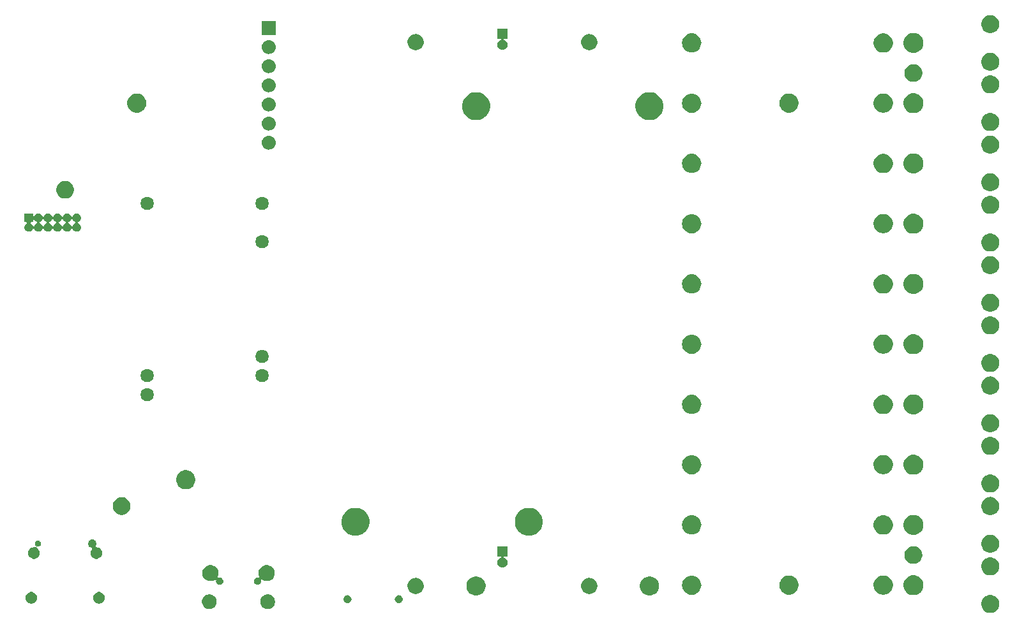
<source format=gbr>
G04 #@! TF.GenerationSoftware,KiCad,Pcbnew,5.0.2+dfsg1-1*
G04 #@! TF.CreationDate,2019-03-09T14:20:14+01:00*
G04 #@! TF.ProjectId,OpenHardwareHolterMonitor,4f70656e-4861-4726-9477-617265486f6c,rev?*
G04 #@! TF.SameCoordinates,Original*
G04 #@! TF.FileFunction,Soldermask,Bot*
G04 #@! TF.FilePolarity,Negative*
%FSLAX46Y46*%
G04 Gerber Fmt 4.6, Leading zero omitted, Abs format (unit mm)*
G04 Created by KiCad (PCBNEW 5.0.2+dfsg1-1) date Sat 09 Mar 2019 02:20:14 PM CET*
%MOMM*%
%LPD*%
G01*
G04 APERTURE LIST*
%ADD10C,0.025400*%
G04 APERTURE END LIST*
D10*
G36*
X268376325Y-97310341D02*
X268550380Y-97344962D01*
X268768981Y-97435509D01*
X268965720Y-97566966D01*
X269133034Y-97734280D01*
X269264491Y-97931019D01*
X269355038Y-98149620D01*
X269383540Y-98292912D01*
X269400108Y-98376200D01*
X269401200Y-98381693D01*
X269401200Y-98618307D01*
X269355038Y-98850380D01*
X269264491Y-99068981D01*
X269133034Y-99265720D01*
X268965720Y-99433034D01*
X268768981Y-99564491D01*
X268550380Y-99655038D01*
X268376325Y-99689659D01*
X268318308Y-99701200D01*
X268081692Y-99701200D01*
X268023675Y-99689660D01*
X267849620Y-99655038D01*
X267631019Y-99564491D01*
X267434280Y-99433034D01*
X267266966Y-99265720D01*
X267135509Y-99068981D01*
X267044962Y-98850380D01*
X266998800Y-98618307D01*
X266998800Y-98381693D01*
X266999893Y-98376200D01*
X267016460Y-98292912D01*
X267044962Y-98149620D01*
X267135509Y-97931019D01*
X267266966Y-97734280D01*
X267434280Y-97566966D01*
X267631019Y-97435509D01*
X267849620Y-97344962D01*
X268023675Y-97310341D01*
X268081692Y-97298800D01*
X268318308Y-97298800D01*
X268376325Y-97310341D01*
X268376325Y-97310341D01*
G37*
G36*
X172565447Y-97242558D02*
X172659748Y-97261315D01*
X172837405Y-97334903D01*
X172997290Y-97441735D01*
X173133265Y-97577710D01*
X173240097Y-97737595D01*
X173313685Y-97915252D01*
X173351200Y-98103854D01*
X173351200Y-98296146D01*
X173313685Y-98484748D01*
X173240097Y-98662405D01*
X173133265Y-98822290D01*
X172997290Y-98958265D01*
X172837405Y-99065097D01*
X172659748Y-99138685D01*
X172565447Y-99157442D01*
X172471147Y-99176200D01*
X172278853Y-99176200D01*
X172184553Y-99157442D01*
X172090252Y-99138685D01*
X171912595Y-99065097D01*
X171752710Y-98958265D01*
X171616735Y-98822290D01*
X171509903Y-98662405D01*
X171436315Y-98484748D01*
X171398800Y-98296146D01*
X171398800Y-98103854D01*
X171436315Y-97915252D01*
X171509903Y-97737595D01*
X171616735Y-97577710D01*
X171752710Y-97441735D01*
X171912595Y-97334903D01*
X172090252Y-97261315D01*
X172184553Y-97242558D01*
X172278853Y-97223800D01*
X172471147Y-97223800D01*
X172565447Y-97242558D01*
X172565447Y-97242558D01*
G37*
G36*
X164815447Y-97242558D02*
X164909748Y-97261315D01*
X165087405Y-97334903D01*
X165247290Y-97441735D01*
X165383265Y-97577710D01*
X165490097Y-97737595D01*
X165563685Y-97915252D01*
X165601200Y-98103854D01*
X165601200Y-98296146D01*
X165563685Y-98484748D01*
X165490097Y-98662405D01*
X165383265Y-98822290D01*
X165247290Y-98958265D01*
X165087405Y-99065097D01*
X164909748Y-99138685D01*
X164815447Y-99157442D01*
X164721147Y-99176200D01*
X164528853Y-99176200D01*
X164434553Y-99157442D01*
X164340252Y-99138685D01*
X164162595Y-99065097D01*
X164002710Y-98958265D01*
X163866735Y-98822290D01*
X163759903Y-98662405D01*
X163686315Y-98484748D01*
X163648800Y-98296146D01*
X163648800Y-98103854D01*
X163686315Y-97915252D01*
X163759903Y-97737595D01*
X163866735Y-97577710D01*
X164002710Y-97441735D01*
X164162595Y-97334903D01*
X164340252Y-97261315D01*
X164434553Y-97242558D01*
X164528853Y-97223800D01*
X164721147Y-97223800D01*
X164815447Y-97242558D01*
X164815447Y-97242558D01*
G37*
G36*
X150216409Y-96943629D02*
X150357669Y-97002140D01*
X150484799Y-97087086D01*
X150592914Y-97195201D01*
X150677860Y-97322331D01*
X150736371Y-97463591D01*
X150766200Y-97613551D01*
X150766200Y-97766449D01*
X150736371Y-97916409D01*
X150677860Y-98057669D01*
X150592914Y-98184799D01*
X150484799Y-98292914D01*
X150357669Y-98377860D01*
X150216409Y-98436371D01*
X150066449Y-98466200D01*
X149913551Y-98466200D01*
X149763591Y-98436371D01*
X149622331Y-98377860D01*
X149495201Y-98292914D01*
X149387086Y-98184799D01*
X149302140Y-98057669D01*
X149243629Y-97916409D01*
X149213800Y-97766449D01*
X149213800Y-97613551D01*
X149243629Y-97463591D01*
X149302140Y-97322331D01*
X149387086Y-97195201D01*
X149495201Y-97087086D01*
X149622331Y-97002140D01*
X149763591Y-96943629D01*
X149913551Y-96913800D01*
X150066449Y-96913800D01*
X150216409Y-96943629D01*
X150216409Y-96943629D01*
G37*
G36*
X141236409Y-96943629D02*
X141377669Y-97002140D01*
X141504799Y-97087086D01*
X141612914Y-97195201D01*
X141697860Y-97322331D01*
X141756371Y-97463591D01*
X141786200Y-97613551D01*
X141786200Y-97766449D01*
X141756371Y-97916409D01*
X141697860Y-98057669D01*
X141612914Y-98184799D01*
X141504799Y-98292914D01*
X141377669Y-98377860D01*
X141236409Y-98436371D01*
X141086449Y-98466200D01*
X140933551Y-98466200D01*
X140783591Y-98436371D01*
X140642331Y-98377860D01*
X140515201Y-98292914D01*
X140407086Y-98184799D01*
X140322140Y-98057669D01*
X140263629Y-97916409D01*
X140233800Y-97766449D01*
X140233800Y-97613551D01*
X140263629Y-97463591D01*
X140322140Y-97322331D01*
X140407086Y-97195201D01*
X140515201Y-97087086D01*
X140642331Y-97002140D01*
X140783591Y-96943629D01*
X140933551Y-96913800D01*
X141086449Y-96913800D01*
X141236409Y-96943629D01*
X141236409Y-96943629D01*
G37*
G36*
X189813891Y-97326200D02*
X189903488Y-97344022D01*
X189999250Y-97383688D01*
X190085432Y-97441273D01*
X190158727Y-97514568D01*
X190216312Y-97600750D01*
X190255978Y-97696512D01*
X190276200Y-97798175D01*
X190276200Y-97901825D01*
X190255978Y-98003488D01*
X190216312Y-98099250D01*
X190158727Y-98185432D01*
X190085432Y-98258727D01*
X189999250Y-98316312D01*
X189903488Y-98355978D01*
X189852656Y-98366089D01*
X189801826Y-98376200D01*
X189698174Y-98376200D01*
X189647344Y-98366089D01*
X189596512Y-98355978D01*
X189500750Y-98316312D01*
X189414568Y-98258727D01*
X189341273Y-98185432D01*
X189283688Y-98099250D01*
X189244022Y-98003488D01*
X189223800Y-97901825D01*
X189223800Y-97798175D01*
X189244022Y-97696512D01*
X189283688Y-97600750D01*
X189341273Y-97514568D01*
X189414568Y-97441273D01*
X189500750Y-97383688D01*
X189596512Y-97344022D01*
X189686109Y-97326200D01*
X189698174Y-97323800D01*
X189801826Y-97323800D01*
X189813891Y-97326200D01*
X189813891Y-97326200D01*
G37*
G36*
X183013891Y-97326200D02*
X183103488Y-97344022D01*
X183199250Y-97383688D01*
X183285432Y-97441273D01*
X183358727Y-97514568D01*
X183416312Y-97600750D01*
X183455978Y-97696512D01*
X183476200Y-97798175D01*
X183476200Y-97901825D01*
X183455978Y-98003488D01*
X183416312Y-98099250D01*
X183358727Y-98185432D01*
X183285432Y-98258727D01*
X183199250Y-98316312D01*
X183103488Y-98355978D01*
X183052656Y-98366089D01*
X183001826Y-98376200D01*
X182898174Y-98376200D01*
X182847344Y-98366089D01*
X182796512Y-98355978D01*
X182700750Y-98316312D01*
X182614568Y-98258727D01*
X182541273Y-98185432D01*
X182483688Y-98099250D01*
X182444022Y-98003488D01*
X182423800Y-97901825D01*
X182423800Y-97798175D01*
X182444022Y-97696512D01*
X182483688Y-97600750D01*
X182541273Y-97514568D01*
X182614568Y-97441273D01*
X182700750Y-97383688D01*
X182796512Y-97344022D01*
X182886109Y-97326200D01*
X182898174Y-97323800D01*
X183001826Y-97323800D01*
X183013891Y-97326200D01*
X183013891Y-97326200D01*
G37*
G36*
X223370795Y-94887651D02*
X223602139Y-94983477D01*
X223810343Y-95122594D01*
X223987406Y-95299657D01*
X224126523Y-95507861D01*
X224222349Y-95739205D01*
X224271200Y-95984798D01*
X224271200Y-96235202D01*
X224222349Y-96480795D01*
X224126523Y-96712139D01*
X223987406Y-96920343D01*
X223810343Y-97097406D01*
X223602139Y-97236523D01*
X223370795Y-97332349D01*
X223125202Y-97381200D01*
X222874798Y-97381200D01*
X222629205Y-97332349D01*
X222397861Y-97236523D01*
X222189657Y-97097406D01*
X222012594Y-96920343D01*
X221873477Y-96712139D01*
X221777651Y-96480795D01*
X221728800Y-96235202D01*
X221728800Y-95984798D01*
X221777651Y-95739205D01*
X221873477Y-95507861D01*
X222012594Y-95299657D01*
X222189657Y-95122594D01*
X222397861Y-94983477D01*
X222629205Y-94887651D01*
X222874798Y-94838800D01*
X223125202Y-94838800D01*
X223370795Y-94887651D01*
X223370795Y-94887651D01*
G37*
G36*
X200370795Y-94887651D02*
X200602139Y-94983477D01*
X200810343Y-95122594D01*
X200987406Y-95299657D01*
X201126523Y-95507861D01*
X201222349Y-95739205D01*
X201271200Y-95984798D01*
X201271200Y-96235202D01*
X201222349Y-96480795D01*
X201126523Y-96712139D01*
X200987406Y-96920343D01*
X200810343Y-97097406D01*
X200602139Y-97236523D01*
X200370795Y-97332349D01*
X200125202Y-97381200D01*
X199874798Y-97381200D01*
X199629205Y-97332349D01*
X199397861Y-97236523D01*
X199189657Y-97097406D01*
X199012594Y-96920343D01*
X198873477Y-96712139D01*
X198777651Y-96480795D01*
X198728800Y-96235202D01*
X198728800Y-95984798D01*
X198777651Y-95739205D01*
X198873477Y-95507861D01*
X199012594Y-95299657D01*
X199189657Y-95122594D01*
X199397861Y-94983477D01*
X199629205Y-94887651D01*
X199874798Y-94838800D01*
X200125202Y-94838800D01*
X200370795Y-94887651D01*
X200370795Y-94887651D01*
G37*
G36*
X258258729Y-94699283D02*
X258386839Y-94724765D01*
X258628192Y-94824737D01*
X258845403Y-94969872D01*
X259030128Y-95154597D01*
X259175263Y-95371808D01*
X259269878Y-95600228D01*
X259275235Y-95613162D01*
X259326200Y-95869381D01*
X259326200Y-96130619D01*
X259305397Y-96235201D01*
X259275235Y-96386839D01*
X259175263Y-96628192D01*
X259030128Y-96845403D01*
X258845403Y-97030128D01*
X258628192Y-97175263D01*
X258386839Y-97275235D01*
X258258728Y-97300718D01*
X258130619Y-97326200D01*
X257869381Y-97326200D01*
X257741272Y-97300718D01*
X257613161Y-97275235D01*
X257371808Y-97175263D01*
X257154597Y-97030128D01*
X256969872Y-96845403D01*
X256824737Y-96628192D01*
X256724765Y-96386839D01*
X256694603Y-96235201D01*
X256673800Y-96130619D01*
X256673800Y-95869381D01*
X256724765Y-95613162D01*
X256730122Y-95600228D01*
X256824737Y-95371808D01*
X256969872Y-95154597D01*
X257154597Y-94969872D01*
X257371808Y-94824737D01*
X257613161Y-94724765D01*
X257741271Y-94699283D01*
X257869381Y-94673800D01*
X258130619Y-94673800D01*
X258258729Y-94699283D01*
X258258729Y-94699283D01*
G37*
G36*
X254290068Y-94756496D02*
X254372255Y-94772844D01*
X254604508Y-94869046D01*
X254813530Y-95008710D01*
X254991290Y-95186470D01*
X255130954Y-95395492D01*
X255227156Y-95627745D01*
X255227156Y-95627746D01*
X255276200Y-95874305D01*
X255276200Y-96125695D01*
X255251438Y-96250179D01*
X255227156Y-96372255D01*
X255130954Y-96604508D01*
X254991290Y-96813530D01*
X254813530Y-96991290D01*
X254604508Y-97130954D01*
X254372255Y-97227156D01*
X254290068Y-97243504D01*
X254125695Y-97276200D01*
X253874305Y-97276200D01*
X253709932Y-97243504D01*
X253627745Y-97227156D01*
X253395492Y-97130954D01*
X253186470Y-96991290D01*
X253008710Y-96813530D01*
X252869046Y-96604508D01*
X252772844Y-96372255D01*
X252748562Y-96250179D01*
X252723800Y-96125695D01*
X252723800Y-95874305D01*
X252772844Y-95627746D01*
X252772844Y-95627745D01*
X252869046Y-95395492D01*
X253008710Y-95186470D01*
X253186470Y-95008710D01*
X253395492Y-94869046D01*
X253627745Y-94772844D01*
X253709932Y-94756496D01*
X253874305Y-94723800D01*
X254125695Y-94723800D01*
X254290068Y-94756496D01*
X254290068Y-94756496D01*
G37*
G36*
X228850180Y-94742266D02*
X229090743Y-94815240D01*
X229312449Y-94933745D01*
X229506775Y-95093225D01*
X229666255Y-95287551D01*
X229784760Y-95509257D01*
X229857734Y-95749820D01*
X229882374Y-96000000D01*
X229857734Y-96250180D01*
X229784760Y-96490743D01*
X229666255Y-96712449D01*
X229506775Y-96906775D01*
X229312449Y-97066255D01*
X229090743Y-97184760D01*
X228850180Y-97257734D01*
X228662688Y-97276200D01*
X228537312Y-97276200D01*
X228349820Y-97257734D01*
X228109257Y-97184760D01*
X227887551Y-97066255D01*
X227693225Y-96906775D01*
X227533745Y-96712449D01*
X227415240Y-96490743D01*
X227342266Y-96250180D01*
X227317626Y-96000000D01*
X227342266Y-95749820D01*
X227415240Y-95509257D01*
X227533745Y-95287551D01*
X227693225Y-95093225D01*
X227887551Y-94933745D01*
X228109257Y-94815240D01*
X228349820Y-94742266D01*
X228537312Y-94723800D01*
X228662688Y-94723800D01*
X228850180Y-94742266D01*
X228850180Y-94742266D01*
G37*
G36*
X241870446Y-94778805D02*
X242101571Y-94874540D01*
X242309577Y-95013525D01*
X242486475Y-95190423D01*
X242625460Y-95398429D01*
X242721195Y-95629554D01*
X242770000Y-95874916D01*
X242770000Y-96125084D01*
X242721195Y-96370446D01*
X242625460Y-96601571D01*
X242486475Y-96809577D01*
X242309577Y-96986475D01*
X242101571Y-97125460D01*
X241870446Y-97221195D01*
X241625084Y-97270000D01*
X241374916Y-97270000D01*
X241129554Y-97221195D01*
X240898429Y-97125460D01*
X240690423Y-96986475D01*
X240513525Y-96809577D01*
X240374540Y-96601571D01*
X240278805Y-96370446D01*
X240230000Y-96125084D01*
X240230000Y-95874916D01*
X240278805Y-95629554D01*
X240374540Y-95398429D01*
X240513525Y-95190423D01*
X240690423Y-95013525D01*
X240898429Y-94874540D01*
X241129554Y-94778805D01*
X241374916Y-94730000D01*
X241625084Y-94730000D01*
X241870446Y-94778805D01*
X241870446Y-94778805D01*
G37*
G36*
X215209956Y-95054479D02*
X215313917Y-95075158D01*
X215509773Y-95156284D01*
X215686037Y-95274060D01*
X215835940Y-95423963D01*
X215953716Y-95600227D01*
X216017228Y-95753559D01*
X216034842Y-95796084D01*
X216076200Y-96004004D01*
X216076200Y-96215996D01*
X216069400Y-96250180D01*
X216034842Y-96423917D01*
X215953716Y-96619773D01*
X215835940Y-96796037D01*
X215686037Y-96945940D01*
X215509773Y-97063716D01*
X215313917Y-97144842D01*
X215209956Y-97165521D01*
X215105996Y-97186200D01*
X214894004Y-97186200D01*
X214790044Y-97165521D01*
X214686083Y-97144842D01*
X214490227Y-97063716D01*
X214313963Y-96945940D01*
X214164060Y-96796037D01*
X214046284Y-96619773D01*
X213965158Y-96423917D01*
X213930600Y-96250180D01*
X213923800Y-96215996D01*
X213923800Y-96004004D01*
X213965158Y-95796084D01*
X213982772Y-95753559D01*
X214046284Y-95600227D01*
X214164060Y-95423963D01*
X214313963Y-95274060D01*
X214490227Y-95156284D01*
X214686083Y-95075158D01*
X214790044Y-95054479D01*
X214894004Y-95033800D01*
X215105996Y-95033800D01*
X215209956Y-95054479D01*
X215209956Y-95054479D01*
G37*
G36*
X192209956Y-95054479D02*
X192313917Y-95075158D01*
X192509773Y-95156284D01*
X192686037Y-95274060D01*
X192835940Y-95423963D01*
X192953716Y-95600227D01*
X193017228Y-95753559D01*
X193034842Y-95796084D01*
X193076200Y-96004004D01*
X193076200Y-96215996D01*
X193069400Y-96250180D01*
X193034842Y-96423917D01*
X192953716Y-96619773D01*
X192835940Y-96796037D01*
X192686037Y-96945940D01*
X192509773Y-97063716D01*
X192313917Y-97144842D01*
X192209956Y-97165521D01*
X192105996Y-97186200D01*
X191894004Y-97186200D01*
X191790044Y-97165521D01*
X191686083Y-97144842D01*
X191490227Y-97063716D01*
X191313963Y-96945940D01*
X191164060Y-96796037D01*
X191046284Y-96619773D01*
X190965158Y-96423917D01*
X190930600Y-96250180D01*
X190923800Y-96215996D01*
X190923800Y-96004004D01*
X190965158Y-95796084D01*
X190982772Y-95753559D01*
X191046284Y-95600227D01*
X191164060Y-95423963D01*
X191313963Y-95274060D01*
X191490227Y-95156284D01*
X191686083Y-95075158D01*
X191790044Y-95054479D01*
X191894004Y-95033800D01*
X192105996Y-95033800D01*
X192209956Y-95054479D01*
X192209956Y-95054479D01*
G37*
G36*
X164984956Y-93344479D02*
X165088917Y-93365158D01*
X165284773Y-93446284D01*
X165461037Y-93564060D01*
X165610940Y-93713963D01*
X165728716Y-93890227D01*
X165809842Y-94086083D01*
X165809842Y-94086084D01*
X165851200Y-94294004D01*
X165851200Y-94505996D01*
X165830521Y-94609956D01*
X165809842Y-94713917D01*
X165752407Y-94852577D01*
X165746625Y-94871637D01*
X165744673Y-94891458D01*
X165746625Y-94911279D01*
X165752407Y-94930338D01*
X165761796Y-94947904D01*
X165774431Y-94963300D01*
X165789827Y-94975935D01*
X165807392Y-94985324D01*
X165826452Y-94991106D01*
X165846273Y-94993058D01*
X165866094Y-94991106D01*
X165942365Y-94975935D01*
X165953098Y-94973800D01*
X166046902Y-94973800D01*
X166057635Y-94975935D01*
X166138903Y-94992100D01*
X166225566Y-95027997D01*
X166303559Y-95080110D01*
X166369890Y-95146441D01*
X166422003Y-95224434D01*
X166457900Y-95311097D01*
X166457900Y-95311098D01*
X166472144Y-95382705D01*
X166476200Y-95403099D01*
X166476200Y-95496901D01*
X166457900Y-95588903D01*
X166422003Y-95675566D01*
X166369890Y-95753559D01*
X166303559Y-95819890D01*
X166225566Y-95872003D01*
X166138903Y-95907900D01*
X166092902Y-95917050D01*
X166046902Y-95926200D01*
X165953098Y-95926200D01*
X165907098Y-95917050D01*
X165861097Y-95907900D01*
X165774434Y-95872003D01*
X165696441Y-95819890D01*
X165630110Y-95753559D01*
X165577997Y-95675566D01*
X165542100Y-95588903D01*
X165523800Y-95496901D01*
X165523800Y-95403099D01*
X165523914Y-95402526D01*
X165525867Y-95382705D01*
X165523915Y-95362884D01*
X165518134Y-95343824D01*
X165508746Y-95326258D01*
X165496111Y-95310862D01*
X165480715Y-95298226D01*
X165463150Y-95288837D01*
X165444091Y-95283055D01*
X165424270Y-95281102D01*
X165404449Y-95283054D01*
X165385389Y-95288835D01*
X165367821Y-95298225D01*
X165284773Y-95353716D01*
X165088917Y-95434842D01*
X164984956Y-95455521D01*
X164880996Y-95476200D01*
X164669004Y-95476200D01*
X164565044Y-95455521D01*
X164461083Y-95434842D01*
X164265227Y-95353716D01*
X164088963Y-95235940D01*
X163939060Y-95086037D01*
X163821284Y-94909773D01*
X163740158Y-94713917D01*
X163719479Y-94609956D01*
X163698800Y-94505996D01*
X163698800Y-94294004D01*
X163740158Y-94086084D01*
X163740158Y-94086083D01*
X163821284Y-93890227D01*
X163939060Y-93713963D01*
X164088963Y-93564060D01*
X164265227Y-93446284D01*
X164461083Y-93365158D01*
X164565044Y-93344479D01*
X164669004Y-93323800D01*
X164880996Y-93323800D01*
X164984956Y-93344479D01*
X164984956Y-93344479D01*
G37*
G36*
X172434956Y-93344479D02*
X172538917Y-93365158D01*
X172734773Y-93446284D01*
X172911037Y-93564060D01*
X173060940Y-93713963D01*
X173178716Y-93890227D01*
X173259842Y-94086083D01*
X173259842Y-94086084D01*
X173301200Y-94294004D01*
X173301200Y-94505996D01*
X173280521Y-94609956D01*
X173259842Y-94713917D01*
X173178716Y-94909773D01*
X173060940Y-95086037D01*
X172911037Y-95235940D01*
X172734773Y-95353716D01*
X172538917Y-95434842D01*
X172434956Y-95455521D01*
X172330996Y-95476200D01*
X172119004Y-95476200D01*
X172015044Y-95455521D01*
X171911083Y-95434842D01*
X171715227Y-95353716D01*
X171632179Y-95298225D01*
X171614614Y-95288836D01*
X171595554Y-95283054D01*
X171575733Y-95281102D01*
X171555912Y-95283054D01*
X171536852Y-95288836D01*
X171519287Y-95298225D01*
X171503891Y-95310860D01*
X171491256Y-95326256D01*
X171481867Y-95343821D01*
X171476085Y-95362881D01*
X171474133Y-95382702D01*
X171476086Y-95402526D01*
X171476200Y-95403099D01*
X171476200Y-95496901D01*
X171457900Y-95588903D01*
X171422003Y-95675566D01*
X171369890Y-95753559D01*
X171303559Y-95819890D01*
X171225566Y-95872003D01*
X171138903Y-95907900D01*
X171092902Y-95917050D01*
X171046902Y-95926200D01*
X170953098Y-95926200D01*
X170907098Y-95917050D01*
X170861097Y-95907900D01*
X170774434Y-95872003D01*
X170696441Y-95819890D01*
X170630110Y-95753559D01*
X170577997Y-95675566D01*
X170542100Y-95588903D01*
X170523800Y-95496901D01*
X170523800Y-95403099D01*
X170527857Y-95382705D01*
X170542100Y-95311098D01*
X170542100Y-95311097D01*
X170577997Y-95224434D01*
X170630110Y-95146441D01*
X170696441Y-95080110D01*
X170774434Y-95027997D01*
X170861097Y-94992100D01*
X170942365Y-94975935D01*
X170953098Y-94973800D01*
X171046902Y-94973800D01*
X171057635Y-94975935D01*
X171133906Y-94991106D01*
X171153728Y-94993058D01*
X171173549Y-94991106D01*
X171192608Y-94985324D01*
X171210173Y-94975935D01*
X171225569Y-94963300D01*
X171238205Y-94947904D01*
X171247593Y-94930338D01*
X171253375Y-94911279D01*
X171255327Y-94891457D01*
X171253375Y-94871636D01*
X171247593Y-94852577D01*
X171190158Y-94713917D01*
X171169479Y-94609956D01*
X171148800Y-94505996D01*
X171148800Y-94294004D01*
X171190158Y-94086084D01*
X171190158Y-94086083D01*
X171271284Y-93890227D01*
X171389060Y-93713963D01*
X171538963Y-93564060D01*
X171715227Y-93446284D01*
X171911083Y-93365158D01*
X172015044Y-93344479D01*
X172119004Y-93323800D01*
X172330996Y-93323800D01*
X172434956Y-93344479D01*
X172434956Y-93344479D01*
G37*
G36*
X268376325Y-92310341D02*
X268550380Y-92344962D01*
X268768981Y-92435509D01*
X268965720Y-92566966D01*
X269133034Y-92734280D01*
X269264491Y-92931019D01*
X269355038Y-93149620D01*
X269401200Y-93381693D01*
X269401200Y-93618307D01*
X269355038Y-93850380D01*
X269264491Y-94068981D01*
X269133034Y-94265720D01*
X268965720Y-94433034D01*
X268768981Y-94564491D01*
X268550380Y-94655038D01*
X268376325Y-94689660D01*
X268318308Y-94701200D01*
X268081692Y-94701200D01*
X268023675Y-94689660D01*
X267849620Y-94655038D01*
X267631019Y-94564491D01*
X267434280Y-94433034D01*
X267266966Y-94265720D01*
X267135509Y-94068981D01*
X267044962Y-93850380D01*
X266998800Y-93618307D01*
X266998800Y-93381693D01*
X267044962Y-93149620D01*
X267135509Y-92931019D01*
X267266966Y-92734280D01*
X267434280Y-92566966D01*
X267631019Y-92435509D01*
X267849620Y-92344962D01*
X268023675Y-92310341D01*
X268081692Y-92298800D01*
X268318308Y-92298800D01*
X268376325Y-92310341D01*
X268376325Y-92310341D01*
G37*
G36*
X204176200Y-92176200D02*
X203788943Y-92176200D01*
X203769122Y-92178152D01*
X203750062Y-92183934D01*
X203732497Y-92193323D01*
X203717101Y-92205958D01*
X203704466Y-92221354D01*
X203695077Y-92238919D01*
X203689295Y-92257979D01*
X203687343Y-92277800D01*
X203689295Y-92297621D01*
X203695077Y-92316681D01*
X203704466Y-92334246D01*
X203717101Y-92349642D01*
X203732497Y-92362277D01*
X203750057Y-92371663D01*
X203820301Y-92400759D01*
X203931052Y-92474761D01*
X204025239Y-92568948D01*
X204099241Y-92679699D01*
X204150214Y-92802760D01*
X204176200Y-92933400D01*
X204176200Y-93066600D01*
X204150214Y-93197240D01*
X204099241Y-93320301D01*
X204025239Y-93431052D01*
X203931052Y-93525239D01*
X203820301Y-93599241D01*
X203697240Y-93650214D01*
X203566600Y-93676200D01*
X203433400Y-93676200D01*
X203302760Y-93650214D01*
X203179699Y-93599241D01*
X203068948Y-93525239D01*
X202974761Y-93431052D01*
X202900759Y-93320301D01*
X202849786Y-93197240D01*
X202823800Y-93066600D01*
X202823800Y-92933400D01*
X202849786Y-92802760D01*
X202900759Y-92679699D01*
X202974761Y-92568948D01*
X203068948Y-92474761D01*
X203179699Y-92400759D01*
X203249943Y-92371663D01*
X203267503Y-92362277D01*
X203282899Y-92349642D01*
X203295534Y-92334246D01*
X203304923Y-92316681D01*
X203310705Y-92297621D01*
X203312657Y-92277800D01*
X203310705Y-92257979D01*
X203304923Y-92238919D01*
X203295534Y-92221354D01*
X203282899Y-92205958D01*
X203267503Y-92193323D01*
X203249938Y-92183934D01*
X203230878Y-92178152D01*
X203211057Y-92176200D01*
X202823800Y-92176200D01*
X202823800Y-90823800D01*
X204176200Y-90823800D01*
X204176200Y-92176200D01*
X204176200Y-92176200D01*
G37*
G36*
X258249502Y-90850386D02*
X258343086Y-90869001D01*
X258557140Y-90957665D01*
X258749783Y-91086385D01*
X258913615Y-91250217D01*
X259042335Y-91442860D01*
X259130999Y-91656914D01*
X259139808Y-91701200D01*
X259162733Y-91816449D01*
X259176200Y-91884156D01*
X259176200Y-92115844D01*
X259130999Y-92343086D01*
X259042335Y-92557140D01*
X258913615Y-92749783D01*
X258749783Y-92913615D01*
X258557140Y-93042335D01*
X258343086Y-93130999D01*
X258267339Y-93146066D01*
X258115846Y-93176200D01*
X257884154Y-93176200D01*
X257732661Y-93146066D01*
X257656914Y-93130999D01*
X257442860Y-93042335D01*
X257250217Y-92913615D01*
X257086385Y-92749783D01*
X256957665Y-92557140D01*
X256869001Y-92343086D01*
X256823800Y-92115844D01*
X256823800Y-91884156D01*
X256837268Y-91816449D01*
X256860192Y-91701200D01*
X256869001Y-91656914D01*
X256957665Y-91442860D01*
X257086385Y-91250217D01*
X257250217Y-91086385D01*
X257442860Y-90957665D01*
X257656914Y-90869001D01*
X257750498Y-90850386D01*
X257884154Y-90823800D01*
X258115846Y-90823800D01*
X258249502Y-90850386D01*
X258249502Y-90850386D01*
G37*
G36*
X149260780Y-89959982D02*
X149361092Y-90001533D01*
X149451369Y-90061854D01*
X149528146Y-90138631D01*
X149588467Y-90228908D01*
X149630018Y-90329220D01*
X149651200Y-90435712D01*
X149651200Y-90544288D01*
X149630018Y-90650780D01*
X149588467Y-90751092D01*
X149551943Y-90805754D01*
X149542554Y-90823319D01*
X149536772Y-90842379D01*
X149534820Y-90862200D01*
X149536772Y-90882021D01*
X149542554Y-90901081D01*
X149551943Y-90918646D01*
X149564578Y-90934042D01*
X149579974Y-90946677D01*
X149597539Y-90956066D01*
X149616599Y-90961848D01*
X149636420Y-90963800D01*
X149706449Y-90963800D01*
X149856409Y-90993629D01*
X149997669Y-91052140D01*
X150124799Y-91137086D01*
X150232914Y-91245201D01*
X150317860Y-91372331D01*
X150376371Y-91513591D01*
X150406200Y-91663551D01*
X150406200Y-91816449D01*
X150376371Y-91966409D01*
X150317860Y-92107669D01*
X150232914Y-92234799D01*
X150124799Y-92342914D01*
X149997669Y-92427860D01*
X149856409Y-92486371D01*
X149706449Y-92516200D01*
X149553551Y-92516200D01*
X149403591Y-92486371D01*
X149262331Y-92427860D01*
X149135201Y-92342914D01*
X149027086Y-92234799D01*
X148942140Y-92107669D01*
X148883629Y-91966409D01*
X148853800Y-91816449D01*
X148853800Y-91663551D01*
X148883629Y-91513591D01*
X148942140Y-91372331D01*
X149027086Y-91245201D01*
X149065924Y-91206363D01*
X149078559Y-91190967D01*
X149087948Y-91173402D01*
X149093730Y-91154342D01*
X149095682Y-91134521D01*
X149093730Y-91114700D01*
X149087948Y-91095640D01*
X149078559Y-91078075D01*
X149065924Y-91062679D01*
X149050528Y-91050044D01*
X149032963Y-91040655D01*
X149013903Y-91034873D01*
X148939220Y-91020018D01*
X148838908Y-90978467D01*
X148748631Y-90918146D01*
X148671854Y-90841369D01*
X148611533Y-90751092D01*
X148569982Y-90650780D01*
X148548800Y-90544288D01*
X148548800Y-90435712D01*
X148569982Y-90329220D01*
X148611533Y-90228908D01*
X148671854Y-90138631D01*
X148748631Y-90061854D01*
X148838908Y-90001533D01*
X148939220Y-89959982D01*
X149045712Y-89938800D01*
X149154288Y-89938800D01*
X149260780Y-89959982D01*
X149260780Y-89959982D01*
G37*
G36*
X141965352Y-90093939D02*
X142017028Y-90104218D01*
X142090036Y-90134459D01*
X142155751Y-90178369D01*
X142211631Y-90234249D01*
X142255541Y-90299964D01*
X142285782Y-90372972D01*
X142301200Y-90450486D01*
X142301200Y-90529514D01*
X142285782Y-90607028D01*
X142255541Y-90680036D01*
X142255539Y-90680039D01*
X142211632Y-90745750D01*
X142155750Y-90801632D01*
X142149581Y-90805754D01*
X142090036Y-90845541D01*
X142017028Y-90875782D01*
X141985661Y-90882021D01*
X141939515Y-90891200D01*
X141860485Y-90891200D01*
X141843607Y-90887843D01*
X141823789Y-90885891D01*
X141803968Y-90887843D01*
X141784908Y-90893625D01*
X141767343Y-90903014D01*
X141751947Y-90915649D01*
X141739312Y-90931045D01*
X141729923Y-90948610D01*
X141724141Y-90967670D01*
X141722189Y-90987491D01*
X141724141Y-91007312D01*
X141729923Y-91026372D01*
X141739312Y-91043937D01*
X141751947Y-91059333D01*
X141767341Y-91071966D01*
X141776483Y-91078075D01*
X141860961Y-91134521D01*
X141864799Y-91137086D01*
X141972914Y-91245201D01*
X142057860Y-91372331D01*
X142116371Y-91513591D01*
X142146200Y-91663551D01*
X142146200Y-91816449D01*
X142116371Y-91966409D01*
X142057860Y-92107669D01*
X141972914Y-92234799D01*
X141864799Y-92342914D01*
X141737669Y-92427860D01*
X141596409Y-92486371D01*
X141446449Y-92516200D01*
X141293551Y-92516200D01*
X141143591Y-92486371D01*
X141002331Y-92427860D01*
X140875201Y-92342914D01*
X140767086Y-92234799D01*
X140682140Y-92107669D01*
X140623629Y-91966409D01*
X140593800Y-91816449D01*
X140593800Y-91663551D01*
X140623629Y-91513591D01*
X140682140Y-91372331D01*
X140767086Y-91245201D01*
X140875201Y-91137086D01*
X141002331Y-91052140D01*
X141143591Y-90993629D01*
X141293551Y-90963800D01*
X141446449Y-90963800D01*
X141572711Y-90988915D01*
X141592530Y-90990867D01*
X141612351Y-90988915D01*
X141631411Y-90983133D01*
X141648976Y-90973744D01*
X141664372Y-90961109D01*
X141677007Y-90945713D01*
X141686396Y-90928148D01*
X141692178Y-90909088D01*
X141694130Y-90889267D01*
X141692178Y-90869446D01*
X141686396Y-90850386D01*
X141677007Y-90832821D01*
X141664372Y-90817425D01*
X141648976Y-90804790D01*
X141644251Y-90801633D01*
X141588369Y-90745751D01*
X141544459Y-90680036D01*
X141514218Y-90607028D01*
X141498800Y-90529514D01*
X141498800Y-90450486D01*
X141514218Y-90372972D01*
X141544459Y-90299964D01*
X141588369Y-90234249D01*
X141644249Y-90178369D01*
X141709964Y-90134459D01*
X141782972Y-90104218D01*
X141834648Y-90093939D01*
X141860485Y-90088800D01*
X141939515Y-90088800D01*
X141965352Y-90093939D01*
X141965352Y-90093939D01*
G37*
G36*
X268376325Y-89310340D02*
X268550380Y-89344962D01*
X268768981Y-89435509D01*
X268965720Y-89566966D01*
X269133034Y-89734280D01*
X269264491Y-89931019D01*
X269355038Y-90149620D01*
X269401200Y-90381693D01*
X269401200Y-90618307D01*
X269355038Y-90850380D01*
X269264491Y-91068981D01*
X269133034Y-91265720D01*
X268965720Y-91433034D01*
X268768981Y-91564491D01*
X268550380Y-91655038D01*
X268376325Y-91689659D01*
X268318308Y-91701200D01*
X268081692Y-91701200D01*
X268023675Y-91689660D01*
X267849620Y-91655038D01*
X267631019Y-91564491D01*
X267434280Y-91433034D01*
X267266966Y-91265720D01*
X267135509Y-91068981D01*
X267044962Y-90850380D01*
X266998800Y-90618307D01*
X266998800Y-90381693D01*
X267044962Y-90149620D01*
X267135509Y-89931019D01*
X267266966Y-89734280D01*
X267434280Y-89566966D01*
X267631019Y-89435509D01*
X267849620Y-89344962D01*
X268023675Y-89310340D01*
X268081692Y-89298800D01*
X268318308Y-89298800D01*
X268376325Y-89310340D01*
X268376325Y-89310340D01*
G37*
G36*
X184361151Y-85784371D02*
X184539976Y-85819941D01*
X184876873Y-85959488D01*
X185180071Y-86162078D01*
X185437922Y-86419929D01*
X185640512Y-86723127D01*
X185780059Y-87060024D01*
X185780059Y-87060025D01*
X185851200Y-87417673D01*
X185851200Y-87782327D01*
X185832904Y-87874305D01*
X185780059Y-88139976D01*
X185640512Y-88476873D01*
X185437922Y-88780071D01*
X185180071Y-89037922D01*
X184876873Y-89240512D01*
X184539976Y-89380059D01*
X184361151Y-89415629D01*
X184182327Y-89451200D01*
X183817673Y-89451200D01*
X183638849Y-89415630D01*
X183460024Y-89380059D01*
X183123127Y-89240512D01*
X182819929Y-89037922D01*
X182562078Y-88780071D01*
X182359488Y-88476873D01*
X182219941Y-88139976D01*
X182167096Y-87874305D01*
X182148800Y-87782327D01*
X182148800Y-87417673D01*
X182219941Y-87060025D01*
X182219941Y-87060024D01*
X182359488Y-86723127D01*
X182562078Y-86419929D01*
X182819929Y-86162078D01*
X183123127Y-85959488D01*
X183460024Y-85819941D01*
X183638849Y-85784371D01*
X183817673Y-85748800D01*
X184182327Y-85748800D01*
X184361151Y-85784371D01*
X184361151Y-85784371D01*
G37*
G36*
X207361151Y-85784371D02*
X207539976Y-85819941D01*
X207876873Y-85959488D01*
X208180071Y-86162078D01*
X208437922Y-86419929D01*
X208640512Y-86723127D01*
X208780059Y-87060024D01*
X208780059Y-87060025D01*
X208851200Y-87417673D01*
X208851200Y-87782327D01*
X208832904Y-87874305D01*
X208780059Y-88139976D01*
X208640512Y-88476873D01*
X208437922Y-88780071D01*
X208180071Y-89037922D01*
X207876873Y-89240512D01*
X207539976Y-89380059D01*
X207361151Y-89415629D01*
X207182327Y-89451200D01*
X206817673Y-89451200D01*
X206638849Y-89415630D01*
X206460024Y-89380059D01*
X206123127Y-89240512D01*
X205819929Y-89037922D01*
X205562078Y-88780071D01*
X205359488Y-88476873D01*
X205219941Y-88139976D01*
X205167096Y-87874305D01*
X205148800Y-87782327D01*
X205148800Y-87417673D01*
X205219941Y-87060025D01*
X205219941Y-87060024D01*
X205359488Y-86723127D01*
X205562078Y-86419929D01*
X205819929Y-86162078D01*
X206123127Y-85959488D01*
X206460024Y-85819941D01*
X206638849Y-85784371D01*
X206817673Y-85748800D01*
X207182327Y-85748800D01*
X207361151Y-85784371D01*
X207361151Y-85784371D01*
G37*
G36*
X258258729Y-86699283D02*
X258386839Y-86724765D01*
X258628192Y-86824737D01*
X258845403Y-86969872D01*
X259030128Y-87154597D01*
X259175263Y-87371808D01*
X259275235Y-87613161D01*
X259326200Y-87869382D01*
X259326200Y-88130618D01*
X259275235Y-88386839D01*
X259175263Y-88628192D01*
X259030128Y-88845403D01*
X258845403Y-89030128D01*
X258628192Y-89175263D01*
X258386839Y-89275235D01*
X258258729Y-89300717D01*
X258130619Y-89326200D01*
X257869381Y-89326200D01*
X257741271Y-89300717D01*
X257613161Y-89275235D01*
X257371808Y-89175263D01*
X257154597Y-89030128D01*
X256969872Y-88845403D01*
X256824737Y-88628192D01*
X256724765Y-88386839D01*
X256673800Y-88130618D01*
X256673800Y-87869382D01*
X256724765Y-87613161D01*
X256824737Y-87371808D01*
X256969872Y-87154597D01*
X257154597Y-86969872D01*
X257371808Y-86824737D01*
X257613161Y-86724765D01*
X257741271Y-86699283D01*
X257869381Y-86673800D01*
X258130619Y-86673800D01*
X258258729Y-86699283D01*
X258258729Y-86699283D01*
G37*
G36*
X254290068Y-86756496D02*
X254372255Y-86772844D01*
X254604508Y-86869046D01*
X254813530Y-87008710D01*
X254991290Y-87186470D01*
X255130954Y-87395492D01*
X255227156Y-87627745D01*
X255227156Y-87627746D01*
X255276200Y-87874305D01*
X255276200Y-88125695D01*
X255273359Y-88139976D01*
X255227156Y-88372255D01*
X255130954Y-88604508D01*
X254991290Y-88813530D01*
X254813530Y-88991290D01*
X254604508Y-89130954D01*
X254372255Y-89227156D01*
X254290068Y-89243504D01*
X254125695Y-89276200D01*
X253874305Y-89276200D01*
X253709932Y-89243504D01*
X253627745Y-89227156D01*
X253395492Y-89130954D01*
X253186470Y-88991290D01*
X253008710Y-88813530D01*
X252869046Y-88604508D01*
X252772844Y-88372255D01*
X252726641Y-88139976D01*
X252723800Y-88125695D01*
X252723800Y-87874305D01*
X252772844Y-87627746D01*
X252772844Y-87627745D01*
X252869046Y-87395492D01*
X253008710Y-87186470D01*
X253186470Y-87008710D01*
X253395492Y-86869046D01*
X253627745Y-86772844D01*
X253709932Y-86756496D01*
X253874305Y-86723800D01*
X254125695Y-86723800D01*
X254290068Y-86756496D01*
X254290068Y-86756496D01*
G37*
G36*
X228850180Y-86742266D02*
X229090743Y-86815240D01*
X229312449Y-86933745D01*
X229506775Y-87093225D01*
X229666255Y-87287551D01*
X229784760Y-87509257D01*
X229857734Y-87749820D01*
X229882374Y-88000000D01*
X229857734Y-88250180D01*
X229784760Y-88490743D01*
X229666255Y-88712449D01*
X229506775Y-88906775D01*
X229312449Y-89066255D01*
X229090743Y-89184760D01*
X228850180Y-89257734D01*
X228662688Y-89276200D01*
X228537312Y-89276200D01*
X228349820Y-89257734D01*
X228109257Y-89184760D01*
X227887551Y-89066255D01*
X227693225Y-88906775D01*
X227533745Y-88712449D01*
X227415240Y-88490743D01*
X227342266Y-88250180D01*
X227317626Y-88000000D01*
X227342266Y-87749820D01*
X227415240Y-87509257D01*
X227533745Y-87287551D01*
X227693225Y-87093225D01*
X227887551Y-86933745D01*
X228109257Y-86815240D01*
X228349820Y-86742266D01*
X228537312Y-86723800D01*
X228662688Y-86723800D01*
X228850180Y-86742266D01*
X228850180Y-86742266D01*
G37*
G36*
X268376325Y-84310341D02*
X268550380Y-84344962D01*
X268768981Y-84435509D01*
X268965720Y-84566966D01*
X269133034Y-84734280D01*
X269264491Y-84931019D01*
X269355038Y-85149620D01*
X269401200Y-85381693D01*
X269401200Y-85618307D01*
X269355038Y-85850380D01*
X269264491Y-86068981D01*
X269133034Y-86265720D01*
X268965720Y-86433034D01*
X268768981Y-86564491D01*
X268550380Y-86655038D01*
X268376325Y-86689660D01*
X268318308Y-86701200D01*
X268081692Y-86701200D01*
X268023675Y-86689660D01*
X267849620Y-86655038D01*
X267631019Y-86564491D01*
X267434280Y-86433034D01*
X267266966Y-86265720D01*
X267135509Y-86068981D01*
X267044962Y-85850380D01*
X266998800Y-85618307D01*
X266998800Y-85381693D01*
X267044962Y-85149620D01*
X267135509Y-84931019D01*
X267266966Y-84734280D01*
X267434280Y-84566966D01*
X267631019Y-84435509D01*
X267849620Y-84344962D01*
X268023675Y-84310340D01*
X268081692Y-84298800D01*
X268318308Y-84298800D01*
X268376325Y-84310341D01*
X268376325Y-84310341D01*
G37*
G36*
X153267339Y-84353934D02*
X153343086Y-84369001D01*
X153557140Y-84457665D01*
X153749783Y-84586385D01*
X153913615Y-84750217D01*
X154042335Y-84942860D01*
X154130999Y-85156914D01*
X154176200Y-85384156D01*
X154176200Y-85615844D01*
X154130999Y-85843086D01*
X154042335Y-86057140D01*
X153913615Y-86249783D01*
X153749783Y-86413615D01*
X153557140Y-86542335D01*
X153343086Y-86630999D01*
X153267339Y-86646066D01*
X153115846Y-86676200D01*
X152884154Y-86676200D01*
X152732661Y-86646066D01*
X152656914Y-86630999D01*
X152442860Y-86542335D01*
X152250217Y-86413615D01*
X152086385Y-86249783D01*
X151957665Y-86057140D01*
X151869001Y-85843086D01*
X151823800Y-85615844D01*
X151823800Y-85384156D01*
X151869001Y-85156914D01*
X151957665Y-84942860D01*
X152086385Y-84750217D01*
X152250217Y-84586385D01*
X152442860Y-84457665D01*
X152656914Y-84369001D01*
X152732661Y-84353934D01*
X152884154Y-84323800D01*
X153115846Y-84323800D01*
X153267339Y-84353934D01*
X153267339Y-84353934D01*
G37*
G36*
X268376325Y-81310340D02*
X268550380Y-81344962D01*
X268768981Y-81435509D01*
X268965720Y-81566966D01*
X269133034Y-81734280D01*
X269264491Y-81931019D01*
X269355038Y-82149620D01*
X269401200Y-82381693D01*
X269401200Y-82618307D01*
X269355038Y-82850380D01*
X269264491Y-83068981D01*
X269133034Y-83265720D01*
X268965720Y-83433034D01*
X268768981Y-83564491D01*
X268550380Y-83655038D01*
X268376325Y-83689660D01*
X268318308Y-83701200D01*
X268081692Y-83701200D01*
X268023675Y-83689660D01*
X267849620Y-83655038D01*
X267631019Y-83564491D01*
X267434280Y-83433034D01*
X267266966Y-83265720D01*
X267135509Y-83068981D01*
X267044962Y-82850380D01*
X266998800Y-82618307D01*
X266998800Y-82381693D01*
X267044962Y-82149620D01*
X267135509Y-81931019D01*
X267266966Y-81734280D01*
X267434280Y-81566966D01*
X267631019Y-81435509D01*
X267849620Y-81344962D01*
X268023675Y-81310340D01*
X268081692Y-81298800D01*
X268318308Y-81298800D01*
X268376325Y-81310340D01*
X268376325Y-81310340D01*
G37*
G36*
X161870446Y-80778805D02*
X162101571Y-80874540D01*
X162309577Y-81013525D01*
X162486475Y-81190423D01*
X162625460Y-81398429D01*
X162721195Y-81629554D01*
X162770000Y-81874916D01*
X162770000Y-82125084D01*
X162721195Y-82370446D01*
X162625460Y-82601571D01*
X162486475Y-82809577D01*
X162309577Y-82986475D01*
X162101571Y-83125460D01*
X161870446Y-83221195D01*
X161625084Y-83270000D01*
X161374916Y-83270000D01*
X161129554Y-83221195D01*
X160898429Y-83125460D01*
X160690423Y-82986475D01*
X160513525Y-82809577D01*
X160374540Y-82601571D01*
X160278805Y-82370446D01*
X160230000Y-82125084D01*
X160230000Y-81874916D01*
X160278805Y-81629554D01*
X160374540Y-81398429D01*
X160513525Y-81190423D01*
X160690423Y-81013525D01*
X160898429Y-80874540D01*
X161129554Y-80778805D01*
X161374916Y-80730000D01*
X161625084Y-80730000D01*
X161870446Y-80778805D01*
X161870446Y-80778805D01*
G37*
G36*
X258258728Y-78699282D02*
X258386839Y-78724765D01*
X258628192Y-78824737D01*
X258845403Y-78969872D01*
X259030128Y-79154597D01*
X259175263Y-79371808D01*
X259275235Y-79613161D01*
X259326200Y-79869382D01*
X259326200Y-80130618D01*
X259275235Y-80386839D01*
X259175263Y-80628192D01*
X259030128Y-80845403D01*
X258845403Y-81030128D01*
X258628192Y-81175263D01*
X258386839Y-81275235D01*
X258258729Y-81300717D01*
X258130619Y-81326200D01*
X257869381Y-81326200D01*
X257741272Y-81300718D01*
X257613161Y-81275235D01*
X257371808Y-81175263D01*
X257154597Y-81030128D01*
X256969872Y-80845403D01*
X256824737Y-80628192D01*
X256724765Y-80386839D01*
X256673800Y-80130618D01*
X256673800Y-79869382D01*
X256724765Y-79613161D01*
X256824737Y-79371808D01*
X256969872Y-79154597D01*
X257154597Y-78969872D01*
X257371808Y-78824737D01*
X257613161Y-78724765D01*
X257741272Y-78699282D01*
X257869381Y-78673800D01*
X258130619Y-78673800D01*
X258258728Y-78699282D01*
X258258728Y-78699282D01*
G37*
G36*
X228850180Y-78742266D02*
X229090743Y-78815240D01*
X229312449Y-78933745D01*
X229506775Y-79093225D01*
X229666255Y-79287551D01*
X229784760Y-79509257D01*
X229857734Y-79749820D01*
X229882374Y-80000000D01*
X229857734Y-80250180D01*
X229784760Y-80490743D01*
X229666255Y-80712449D01*
X229506775Y-80906775D01*
X229312449Y-81066255D01*
X229090743Y-81184760D01*
X228850180Y-81257734D01*
X228662688Y-81276200D01*
X228537312Y-81276200D01*
X228349820Y-81257734D01*
X228109257Y-81184760D01*
X227887551Y-81066255D01*
X227693225Y-80906775D01*
X227533745Y-80712449D01*
X227415240Y-80490743D01*
X227342266Y-80250180D01*
X227317626Y-80000000D01*
X227342266Y-79749820D01*
X227415240Y-79509257D01*
X227533745Y-79287551D01*
X227693225Y-79093225D01*
X227887551Y-78933745D01*
X228109257Y-78815240D01*
X228349820Y-78742266D01*
X228537312Y-78723800D01*
X228662688Y-78723800D01*
X228850180Y-78742266D01*
X228850180Y-78742266D01*
G37*
G36*
X254290068Y-78756496D02*
X254372255Y-78772844D01*
X254604508Y-78869046D01*
X254813530Y-79008710D01*
X254991290Y-79186470D01*
X255130954Y-79395492D01*
X255227156Y-79627745D01*
X255227156Y-79627746D01*
X255276200Y-79874305D01*
X255276200Y-80125695D01*
X255251438Y-80250179D01*
X255227156Y-80372255D01*
X255130954Y-80604508D01*
X254991290Y-80813530D01*
X254813530Y-80991290D01*
X254604508Y-81130954D01*
X254372255Y-81227156D01*
X254290068Y-81243504D01*
X254125695Y-81276200D01*
X253874305Y-81276200D01*
X253709932Y-81243504D01*
X253627745Y-81227156D01*
X253395492Y-81130954D01*
X253186470Y-80991290D01*
X253008710Y-80813530D01*
X252869046Y-80604508D01*
X252772844Y-80372255D01*
X252748562Y-80250179D01*
X252723800Y-80125695D01*
X252723800Y-79874305D01*
X252772844Y-79627746D01*
X252772844Y-79627745D01*
X252869046Y-79395492D01*
X253008710Y-79186470D01*
X253186470Y-79008710D01*
X253395492Y-78869046D01*
X253627745Y-78772844D01*
X253709932Y-78756496D01*
X253874305Y-78723800D01*
X254125695Y-78723800D01*
X254290068Y-78756496D01*
X254290068Y-78756496D01*
G37*
G36*
X268376325Y-76310340D02*
X268550380Y-76344962D01*
X268768981Y-76435509D01*
X268965720Y-76566966D01*
X269133034Y-76734280D01*
X269264491Y-76931019D01*
X269355038Y-77149620D01*
X269401200Y-77381693D01*
X269401200Y-77618307D01*
X269355038Y-77850380D01*
X269264491Y-78068981D01*
X269133034Y-78265720D01*
X268965720Y-78433034D01*
X268768981Y-78564491D01*
X268550380Y-78655038D01*
X268376325Y-78689660D01*
X268318308Y-78701200D01*
X268081692Y-78701200D01*
X268023675Y-78689660D01*
X267849620Y-78655038D01*
X267631019Y-78564491D01*
X267434280Y-78433034D01*
X267266966Y-78265720D01*
X267135509Y-78068981D01*
X267044962Y-77850380D01*
X266998800Y-77618307D01*
X266998800Y-77381693D01*
X267044962Y-77149620D01*
X267135509Y-76931019D01*
X267266966Y-76734280D01*
X267434280Y-76566966D01*
X267631019Y-76435509D01*
X267849620Y-76344962D01*
X268023675Y-76310340D01*
X268081692Y-76298800D01*
X268318308Y-76298800D01*
X268376325Y-76310340D01*
X268376325Y-76310340D01*
G37*
G36*
X268376325Y-73310341D02*
X268550380Y-73344962D01*
X268768981Y-73435509D01*
X268965720Y-73566966D01*
X269133034Y-73734280D01*
X269264491Y-73931019D01*
X269355038Y-74149620D01*
X269401200Y-74381693D01*
X269401200Y-74618307D01*
X269355038Y-74850380D01*
X269264491Y-75068981D01*
X269133034Y-75265720D01*
X268965720Y-75433034D01*
X268768981Y-75564491D01*
X268550380Y-75655038D01*
X268376325Y-75689660D01*
X268318308Y-75701200D01*
X268081692Y-75701200D01*
X268023675Y-75689659D01*
X267849620Y-75655038D01*
X267631019Y-75564491D01*
X267434280Y-75433034D01*
X267266966Y-75265720D01*
X267135509Y-75068981D01*
X267044962Y-74850380D01*
X266998800Y-74618307D01*
X266998800Y-74381693D01*
X267044962Y-74149620D01*
X267135509Y-73931019D01*
X267266966Y-73734280D01*
X267434280Y-73566966D01*
X267631019Y-73435509D01*
X267849620Y-73344962D01*
X268023675Y-73310340D01*
X268081692Y-73298800D01*
X268318308Y-73298800D01*
X268376325Y-73310341D01*
X268376325Y-73310341D01*
G37*
G36*
X258258729Y-70699283D02*
X258386839Y-70724765D01*
X258628192Y-70824737D01*
X258845403Y-70969872D01*
X259030128Y-71154597D01*
X259175263Y-71371808D01*
X259275235Y-71613161D01*
X259326200Y-71869382D01*
X259326200Y-72130618D01*
X259275235Y-72386839D01*
X259175263Y-72628192D01*
X259030128Y-72845403D01*
X258845403Y-73030128D01*
X258628192Y-73175263D01*
X258386839Y-73275235D01*
X258258728Y-73300718D01*
X258130619Y-73326200D01*
X257869381Y-73326200D01*
X257741271Y-73300717D01*
X257613161Y-73275235D01*
X257371808Y-73175263D01*
X257154597Y-73030128D01*
X256969872Y-72845403D01*
X256824737Y-72628192D01*
X256724765Y-72386839D01*
X256673800Y-72130618D01*
X256673800Y-71869382D01*
X256724765Y-71613161D01*
X256824737Y-71371808D01*
X256969872Y-71154597D01*
X257154597Y-70969872D01*
X257371808Y-70824737D01*
X257613161Y-70724765D01*
X257741271Y-70699283D01*
X257869381Y-70673800D01*
X258130619Y-70673800D01*
X258258729Y-70699283D01*
X258258729Y-70699283D01*
G37*
G36*
X228850180Y-70742266D02*
X229090743Y-70815240D01*
X229312449Y-70933745D01*
X229506775Y-71093225D01*
X229666255Y-71287551D01*
X229784760Y-71509257D01*
X229857734Y-71749820D01*
X229882374Y-72000000D01*
X229857734Y-72250180D01*
X229784760Y-72490743D01*
X229666255Y-72712449D01*
X229506775Y-72906775D01*
X229312449Y-73066255D01*
X229090743Y-73184760D01*
X228850180Y-73257734D01*
X228662688Y-73276200D01*
X228537312Y-73276200D01*
X228349820Y-73257734D01*
X228109257Y-73184760D01*
X227887551Y-73066255D01*
X227693225Y-72906775D01*
X227533745Y-72712449D01*
X227415240Y-72490743D01*
X227342266Y-72250180D01*
X227317626Y-72000000D01*
X227342266Y-71749820D01*
X227415240Y-71509257D01*
X227533745Y-71287551D01*
X227693225Y-71093225D01*
X227887551Y-70933745D01*
X228109257Y-70815240D01*
X228349820Y-70742266D01*
X228537312Y-70723800D01*
X228662688Y-70723800D01*
X228850180Y-70742266D01*
X228850180Y-70742266D01*
G37*
G36*
X254290068Y-70756496D02*
X254372255Y-70772844D01*
X254604508Y-70869046D01*
X254813530Y-71008710D01*
X254991290Y-71186470D01*
X255130954Y-71395492D01*
X255227156Y-71627745D01*
X255227156Y-71627746D01*
X255276200Y-71874305D01*
X255276200Y-72125695D01*
X255251438Y-72250179D01*
X255227156Y-72372255D01*
X255130954Y-72604508D01*
X254991290Y-72813530D01*
X254813530Y-72991290D01*
X254604508Y-73130954D01*
X254372255Y-73227156D01*
X254290068Y-73243504D01*
X254125695Y-73276200D01*
X253874305Y-73276200D01*
X253709932Y-73243504D01*
X253627745Y-73227156D01*
X253395492Y-73130954D01*
X253186470Y-72991290D01*
X253008710Y-72813530D01*
X252869046Y-72604508D01*
X252772844Y-72372255D01*
X252748562Y-72250179D01*
X252723800Y-72125695D01*
X252723800Y-71874305D01*
X252772844Y-71627746D01*
X252772844Y-71627745D01*
X252869046Y-71395492D01*
X253008710Y-71186470D01*
X253186470Y-71008710D01*
X253395492Y-70869046D01*
X253627745Y-70772844D01*
X253709932Y-70756496D01*
X253874305Y-70723800D01*
X254125695Y-70723800D01*
X254290068Y-70756496D01*
X254290068Y-70756496D01*
G37*
G36*
X156635578Y-69857471D02*
X156795037Y-69923521D01*
X156938545Y-70019411D01*
X157060589Y-70141455D01*
X157156479Y-70284963D01*
X157222529Y-70444422D01*
X157256200Y-70613702D01*
X157256200Y-70786298D01*
X157222529Y-70955578D01*
X157156479Y-71115037D01*
X157108748Y-71186470D01*
X157060590Y-71258544D01*
X156938544Y-71380590D01*
X156916240Y-71395493D01*
X156795037Y-71476479D01*
X156635578Y-71542529D01*
X156466298Y-71576200D01*
X156293702Y-71576200D01*
X156124422Y-71542529D01*
X155964963Y-71476479D01*
X155843760Y-71395493D01*
X155821456Y-71380590D01*
X155699410Y-71258544D01*
X155651252Y-71186470D01*
X155603521Y-71115037D01*
X155537471Y-70955578D01*
X155503800Y-70786298D01*
X155503800Y-70613702D01*
X155537471Y-70444422D01*
X155603521Y-70284963D01*
X155699411Y-70141455D01*
X155821455Y-70019411D01*
X155964963Y-69923521D01*
X156124422Y-69857471D01*
X156293702Y-69823800D01*
X156466298Y-69823800D01*
X156635578Y-69857471D01*
X156635578Y-69857471D01*
G37*
G36*
X268376325Y-68310340D02*
X268550380Y-68344962D01*
X268768981Y-68435509D01*
X268965720Y-68566966D01*
X269133034Y-68734280D01*
X269264491Y-68931019D01*
X269355038Y-69149620D01*
X269401200Y-69381693D01*
X269401200Y-69618307D01*
X269355038Y-69850380D01*
X269264491Y-70068981D01*
X269133034Y-70265720D01*
X268965720Y-70433034D01*
X268768981Y-70564491D01*
X268550380Y-70655038D01*
X268376325Y-70689659D01*
X268318308Y-70701200D01*
X268081692Y-70701200D01*
X268023675Y-70689659D01*
X267849620Y-70655038D01*
X267631019Y-70564491D01*
X267434280Y-70433034D01*
X267266966Y-70265720D01*
X267135509Y-70068981D01*
X267044962Y-69850380D01*
X266998800Y-69618307D01*
X266998800Y-69381693D01*
X267044962Y-69149620D01*
X267135509Y-68931019D01*
X267266966Y-68734280D01*
X267434280Y-68566966D01*
X267631019Y-68435509D01*
X267849620Y-68344962D01*
X268023675Y-68310341D01*
X268081692Y-68298800D01*
X268318308Y-68298800D01*
X268376325Y-68310340D01*
X268376325Y-68310340D01*
G37*
G36*
X171875578Y-67317471D02*
X172035037Y-67383521D01*
X172178545Y-67479411D01*
X172300589Y-67601455D01*
X172396479Y-67744963D01*
X172462529Y-67904422D01*
X172496200Y-68073702D01*
X172496200Y-68246298D01*
X172462529Y-68415578D01*
X172396479Y-68575037D01*
X172300589Y-68718545D01*
X172178545Y-68840589D01*
X172035037Y-68936479D01*
X171875578Y-69002529D01*
X171706298Y-69036200D01*
X171533702Y-69036200D01*
X171364422Y-69002529D01*
X171204963Y-68936479D01*
X171061455Y-68840589D01*
X170939411Y-68718545D01*
X170843521Y-68575037D01*
X170777471Y-68415578D01*
X170743800Y-68246298D01*
X170743800Y-68073702D01*
X170777471Y-67904422D01*
X170843521Y-67744963D01*
X170939411Y-67601455D01*
X171061455Y-67479411D01*
X171204963Y-67383521D01*
X171364422Y-67317471D01*
X171533702Y-67283800D01*
X171706298Y-67283800D01*
X171875578Y-67317471D01*
X171875578Y-67317471D01*
G37*
G36*
X156635578Y-67317471D02*
X156795037Y-67383521D01*
X156938545Y-67479411D01*
X157060589Y-67601455D01*
X157156479Y-67744963D01*
X157222529Y-67904422D01*
X157256200Y-68073702D01*
X157256200Y-68246298D01*
X157222529Y-68415578D01*
X157156479Y-68575037D01*
X157060589Y-68718545D01*
X156938545Y-68840589D01*
X156795037Y-68936479D01*
X156635578Y-69002529D01*
X156466298Y-69036200D01*
X156293702Y-69036200D01*
X156124422Y-69002529D01*
X155964963Y-68936479D01*
X155821455Y-68840589D01*
X155699411Y-68718545D01*
X155603521Y-68575037D01*
X155537471Y-68415578D01*
X155503800Y-68246298D01*
X155503800Y-68073702D01*
X155537471Y-67904422D01*
X155603521Y-67744963D01*
X155699411Y-67601455D01*
X155821455Y-67479411D01*
X155964963Y-67383521D01*
X156124422Y-67317471D01*
X156293702Y-67283800D01*
X156466298Y-67283800D01*
X156635578Y-67317471D01*
X156635578Y-67317471D01*
G37*
G36*
X268376325Y-65310341D02*
X268550380Y-65344962D01*
X268768981Y-65435509D01*
X268965720Y-65566966D01*
X269133034Y-65734280D01*
X269264491Y-65931019D01*
X269355038Y-66149620D01*
X269401200Y-66381693D01*
X269401200Y-66618307D01*
X269355038Y-66850380D01*
X269264491Y-67068981D01*
X269133034Y-67265720D01*
X268965720Y-67433034D01*
X268768981Y-67564491D01*
X268550380Y-67655038D01*
X268376325Y-67689659D01*
X268318308Y-67701200D01*
X268081692Y-67701200D01*
X268023675Y-67689659D01*
X267849620Y-67655038D01*
X267631019Y-67564491D01*
X267434280Y-67433034D01*
X267266966Y-67265720D01*
X267135509Y-67068981D01*
X267044962Y-66850380D01*
X266998800Y-66618307D01*
X266998800Y-66381693D01*
X267044962Y-66149620D01*
X267135509Y-65931019D01*
X267266966Y-65734280D01*
X267434280Y-65566966D01*
X267631019Y-65435509D01*
X267849620Y-65344962D01*
X268023675Y-65310340D01*
X268081692Y-65298800D01*
X268318308Y-65298800D01*
X268376325Y-65310341D01*
X268376325Y-65310341D01*
G37*
G36*
X171875578Y-64777471D02*
X172035037Y-64843521D01*
X172129702Y-64906775D01*
X172178544Y-64939410D01*
X172300590Y-65061456D01*
X172324480Y-65097210D01*
X172396479Y-65204963D01*
X172462529Y-65364422D01*
X172496200Y-65533702D01*
X172496200Y-65706298D01*
X172462529Y-65875578D01*
X172396479Y-66035037D01*
X172300589Y-66178545D01*
X172178545Y-66300589D01*
X172035037Y-66396479D01*
X171875578Y-66462529D01*
X171706298Y-66496200D01*
X171533702Y-66496200D01*
X171364422Y-66462529D01*
X171204963Y-66396479D01*
X171061455Y-66300589D01*
X170939411Y-66178545D01*
X170843521Y-66035037D01*
X170777471Y-65875578D01*
X170743800Y-65706298D01*
X170743800Y-65533702D01*
X170777471Y-65364422D01*
X170843521Y-65204963D01*
X170915520Y-65097210D01*
X170939410Y-65061456D01*
X171061456Y-64939410D01*
X171110298Y-64906775D01*
X171204963Y-64843521D01*
X171364422Y-64777471D01*
X171533702Y-64743800D01*
X171706298Y-64743800D01*
X171875578Y-64777471D01*
X171875578Y-64777471D01*
G37*
G36*
X258258728Y-62699282D02*
X258386839Y-62724765D01*
X258628192Y-62824737D01*
X258845403Y-62969872D01*
X259030128Y-63154597D01*
X259175263Y-63371808D01*
X259275235Y-63613161D01*
X259326200Y-63869382D01*
X259326200Y-64130618D01*
X259275235Y-64386839D01*
X259175263Y-64628192D01*
X259030128Y-64845403D01*
X258845403Y-65030128D01*
X258628192Y-65175263D01*
X258386839Y-65275235D01*
X258258729Y-65300717D01*
X258130619Y-65326200D01*
X257869381Y-65326200D01*
X257741272Y-65300718D01*
X257613161Y-65275235D01*
X257371808Y-65175263D01*
X257154597Y-65030128D01*
X256969872Y-64845403D01*
X256824737Y-64628192D01*
X256724765Y-64386839D01*
X256673800Y-64130618D01*
X256673800Y-63869382D01*
X256724765Y-63613161D01*
X256824737Y-63371808D01*
X256969872Y-63154597D01*
X257154597Y-62969872D01*
X257371808Y-62824737D01*
X257613161Y-62724765D01*
X257741272Y-62699282D01*
X257869381Y-62673800D01*
X258130619Y-62673800D01*
X258258728Y-62699282D01*
X258258728Y-62699282D01*
G37*
G36*
X228850180Y-62742266D02*
X229090743Y-62815240D01*
X229312449Y-62933745D01*
X229506775Y-63093225D01*
X229666255Y-63287551D01*
X229784760Y-63509257D01*
X229857734Y-63749820D01*
X229882374Y-64000000D01*
X229857734Y-64250180D01*
X229784760Y-64490743D01*
X229666255Y-64712449D01*
X229506775Y-64906775D01*
X229312449Y-65066255D01*
X229090743Y-65184760D01*
X228850180Y-65257734D01*
X228662688Y-65276200D01*
X228537312Y-65276200D01*
X228349820Y-65257734D01*
X228109257Y-65184760D01*
X227887551Y-65066255D01*
X227693225Y-64906775D01*
X227533745Y-64712449D01*
X227415240Y-64490743D01*
X227342266Y-64250180D01*
X227317626Y-64000000D01*
X227342266Y-63749820D01*
X227415240Y-63509257D01*
X227533745Y-63287551D01*
X227693225Y-63093225D01*
X227887551Y-62933745D01*
X228109257Y-62815240D01*
X228349820Y-62742266D01*
X228537312Y-62723800D01*
X228662688Y-62723800D01*
X228850180Y-62742266D01*
X228850180Y-62742266D01*
G37*
G36*
X254290068Y-62756496D02*
X254372255Y-62772844D01*
X254604508Y-62869046D01*
X254813530Y-63008710D01*
X254991290Y-63186470D01*
X255130954Y-63395492D01*
X255227156Y-63627745D01*
X255227156Y-63627746D01*
X255276200Y-63874305D01*
X255276200Y-64125695D01*
X255251438Y-64250179D01*
X255227156Y-64372255D01*
X255130954Y-64604508D01*
X254991290Y-64813530D01*
X254813530Y-64991290D01*
X254604508Y-65130954D01*
X254372255Y-65227156D01*
X254290068Y-65243504D01*
X254125695Y-65276200D01*
X253874305Y-65276200D01*
X253709932Y-65243504D01*
X253627745Y-65227156D01*
X253395492Y-65130954D01*
X253186470Y-64991290D01*
X253008710Y-64813530D01*
X252869046Y-64604508D01*
X252772844Y-64372255D01*
X252748562Y-64250179D01*
X252723800Y-64125695D01*
X252723800Y-63874305D01*
X252772844Y-63627746D01*
X252772844Y-63627745D01*
X252869046Y-63395492D01*
X253008710Y-63186470D01*
X253186470Y-63008710D01*
X253395492Y-62869046D01*
X253627745Y-62772844D01*
X253709932Y-62756496D01*
X253874305Y-62723800D01*
X254125695Y-62723800D01*
X254290068Y-62756496D01*
X254290068Y-62756496D01*
G37*
G36*
X268376325Y-60310341D02*
X268550380Y-60344962D01*
X268768981Y-60435509D01*
X268965720Y-60566966D01*
X269133034Y-60734280D01*
X269264491Y-60931019D01*
X269355038Y-61149620D01*
X269401200Y-61381693D01*
X269401200Y-61618307D01*
X269355038Y-61850380D01*
X269264491Y-62068981D01*
X269133034Y-62265720D01*
X268965720Y-62433034D01*
X268768981Y-62564491D01*
X268550380Y-62655038D01*
X268376325Y-62689659D01*
X268318308Y-62701200D01*
X268081692Y-62701200D01*
X268023675Y-62689659D01*
X267849620Y-62655038D01*
X267631019Y-62564491D01*
X267434280Y-62433034D01*
X267266966Y-62265720D01*
X267135509Y-62068981D01*
X267044962Y-61850380D01*
X266998800Y-61618307D01*
X266998800Y-61381693D01*
X267044962Y-61149620D01*
X267135509Y-60931019D01*
X267266966Y-60734280D01*
X267434280Y-60566966D01*
X267631019Y-60435509D01*
X267849620Y-60344962D01*
X268023675Y-60310341D01*
X268081692Y-60298800D01*
X268318308Y-60298800D01*
X268376325Y-60310341D01*
X268376325Y-60310341D01*
G37*
G36*
X268376325Y-57310341D02*
X268550380Y-57344962D01*
X268768981Y-57435509D01*
X268965720Y-57566966D01*
X269133034Y-57734280D01*
X269264491Y-57931019D01*
X269355038Y-58149620D01*
X269401200Y-58381693D01*
X269401200Y-58618307D01*
X269355038Y-58850380D01*
X269264491Y-59068981D01*
X269133034Y-59265720D01*
X268965720Y-59433034D01*
X268768981Y-59564491D01*
X268550380Y-59655038D01*
X268376325Y-59689660D01*
X268318308Y-59701200D01*
X268081692Y-59701200D01*
X268023675Y-59689660D01*
X267849620Y-59655038D01*
X267631019Y-59564491D01*
X267434280Y-59433034D01*
X267266966Y-59265720D01*
X267135509Y-59068981D01*
X267044962Y-58850380D01*
X266998800Y-58618307D01*
X266998800Y-58381693D01*
X267044962Y-58149620D01*
X267135509Y-57931019D01*
X267266966Y-57734280D01*
X267434280Y-57566966D01*
X267631019Y-57435509D01*
X267849620Y-57344962D01*
X268023675Y-57310341D01*
X268081692Y-57298800D01*
X268318308Y-57298800D01*
X268376325Y-57310341D01*
X268376325Y-57310341D01*
G37*
G36*
X258258728Y-54699282D02*
X258386839Y-54724765D01*
X258628192Y-54824737D01*
X258845403Y-54969872D01*
X259030128Y-55154597D01*
X259175263Y-55371808D01*
X259275235Y-55613161D01*
X259326200Y-55869382D01*
X259326200Y-56130618D01*
X259275235Y-56386839D01*
X259175263Y-56628192D01*
X259030128Y-56845403D01*
X258845403Y-57030128D01*
X258628192Y-57175263D01*
X258386839Y-57275235D01*
X258258728Y-57300718D01*
X258130619Y-57326200D01*
X257869381Y-57326200D01*
X257741272Y-57300718D01*
X257613161Y-57275235D01*
X257371808Y-57175263D01*
X257154597Y-57030128D01*
X256969872Y-56845403D01*
X256824737Y-56628192D01*
X256724765Y-56386839D01*
X256673800Y-56130618D01*
X256673800Y-55869382D01*
X256724765Y-55613161D01*
X256824737Y-55371808D01*
X256969872Y-55154597D01*
X257154597Y-54969872D01*
X257371808Y-54824737D01*
X257613161Y-54724765D01*
X257741272Y-54699282D01*
X257869381Y-54673800D01*
X258130619Y-54673800D01*
X258258728Y-54699282D01*
X258258728Y-54699282D01*
G37*
G36*
X254290068Y-54756496D02*
X254372255Y-54772844D01*
X254604508Y-54869046D01*
X254813530Y-55008710D01*
X254991290Y-55186470D01*
X255130954Y-55395492D01*
X255227156Y-55627745D01*
X255227156Y-55627746D01*
X255276200Y-55874305D01*
X255276200Y-56125695D01*
X255251438Y-56250179D01*
X255227156Y-56372255D01*
X255130954Y-56604508D01*
X254991290Y-56813530D01*
X254813530Y-56991290D01*
X254604508Y-57130954D01*
X254372255Y-57227156D01*
X254290068Y-57243504D01*
X254125695Y-57276200D01*
X253874305Y-57276200D01*
X253709932Y-57243504D01*
X253627745Y-57227156D01*
X253395492Y-57130954D01*
X253186470Y-56991290D01*
X253008710Y-56813530D01*
X252869046Y-56604508D01*
X252772844Y-56372255D01*
X252748562Y-56250179D01*
X252723800Y-56125695D01*
X252723800Y-55874305D01*
X252772844Y-55627746D01*
X252772844Y-55627745D01*
X252869046Y-55395492D01*
X253008710Y-55186470D01*
X253186470Y-55008710D01*
X253395492Y-54869046D01*
X253627745Y-54772844D01*
X253709932Y-54756496D01*
X253874305Y-54723800D01*
X254125695Y-54723800D01*
X254290068Y-54756496D01*
X254290068Y-54756496D01*
G37*
G36*
X228850180Y-54742266D02*
X229090743Y-54815240D01*
X229312449Y-54933745D01*
X229506775Y-55093225D01*
X229666255Y-55287551D01*
X229784760Y-55509257D01*
X229857734Y-55749820D01*
X229882374Y-56000000D01*
X229857734Y-56250180D01*
X229784760Y-56490743D01*
X229666255Y-56712449D01*
X229506775Y-56906775D01*
X229312449Y-57066255D01*
X229090743Y-57184760D01*
X228850180Y-57257734D01*
X228662688Y-57276200D01*
X228537312Y-57276200D01*
X228349820Y-57257734D01*
X228109257Y-57184760D01*
X227887551Y-57066255D01*
X227693225Y-56906775D01*
X227533745Y-56712449D01*
X227415240Y-56490743D01*
X227342266Y-56250180D01*
X227317626Y-56000000D01*
X227342266Y-55749820D01*
X227415240Y-55509257D01*
X227533745Y-55287551D01*
X227693225Y-55093225D01*
X227887551Y-54933745D01*
X228109257Y-54815240D01*
X228349820Y-54742266D01*
X228537312Y-54723800D01*
X228662688Y-54723800D01*
X228850180Y-54742266D01*
X228850180Y-54742266D01*
G37*
G36*
X268376325Y-52310341D02*
X268550380Y-52344962D01*
X268768981Y-52435509D01*
X268965720Y-52566966D01*
X269133034Y-52734280D01*
X269264491Y-52931019D01*
X269355038Y-53149620D01*
X269401200Y-53381693D01*
X269401200Y-53618307D01*
X269355038Y-53850380D01*
X269264491Y-54068981D01*
X269133034Y-54265720D01*
X268965720Y-54433034D01*
X268768981Y-54564491D01*
X268550380Y-54655038D01*
X268376325Y-54689659D01*
X268318308Y-54701200D01*
X268081692Y-54701200D01*
X268023675Y-54689660D01*
X267849620Y-54655038D01*
X267631019Y-54564491D01*
X267434280Y-54433034D01*
X267266966Y-54265720D01*
X267135509Y-54068981D01*
X267044962Y-53850380D01*
X266998800Y-53618307D01*
X266998800Y-53381693D01*
X267044962Y-53149620D01*
X267135509Y-52931019D01*
X267266966Y-52734280D01*
X267434280Y-52566966D01*
X267631019Y-52435509D01*
X267849620Y-52344962D01*
X268023675Y-52310341D01*
X268081692Y-52298800D01*
X268318308Y-52298800D01*
X268376325Y-52310341D01*
X268376325Y-52310341D01*
G37*
G36*
X268376325Y-49310340D02*
X268550380Y-49344962D01*
X268768981Y-49435509D01*
X268965720Y-49566966D01*
X269133034Y-49734280D01*
X269264491Y-49931019D01*
X269355038Y-50149620D01*
X269383698Y-50293703D01*
X269401200Y-50381692D01*
X269401200Y-50618308D01*
X269389660Y-50676325D01*
X269355038Y-50850380D01*
X269264491Y-51068981D01*
X269133034Y-51265720D01*
X268965720Y-51433034D01*
X268768981Y-51564491D01*
X268550380Y-51655038D01*
X268376325Y-51689660D01*
X268318308Y-51701200D01*
X268081692Y-51701200D01*
X268023675Y-51689660D01*
X267849620Y-51655038D01*
X267631019Y-51564491D01*
X267434280Y-51433034D01*
X267266966Y-51265720D01*
X267135509Y-51068981D01*
X267044962Y-50850380D01*
X267010340Y-50676325D01*
X266998800Y-50618308D01*
X266998800Y-50381692D01*
X267016302Y-50293703D01*
X267044962Y-50149620D01*
X267135509Y-49931019D01*
X267266966Y-49734280D01*
X267434280Y-49566966D01*
X267631019Y-49435509D01*
X267849620Y-49344962D01*
X268023675Y-49310340D01*
X268081692Y-49298800D01*
X268318308Y-49298800D01*
X268376325Y-49310340D01*
X268376325Y-49310340D01*
G37*
G36*
X171875578Y-49537471D02*
X172035037Y-49603521D01*
X172178545Y-49699411D01*
X172300589Y-49821455D01*
X172396479Y-49964963D01*
X172462529Y-50124422D01*
X172496200Y-50293702D01*
X172496200Y-50466298D01*
X172462529Y-50635578D01*
X172396479Y-50795037D01*
X172300589Y-50938545D01*
X172178545Y-51060589D01*
X172035037Y-51156479D01*
X171875578Y-51222529D01*
X171706298Y-51256200D01*
X171533702Y-51256200D01*
X171364422Y-51222529D01*
X171204963Y-51156479D01*
X171061455Y-51060589D01*
X170939411Y-50938545D01*
X170843521Y-50795037D01*
X170777471Y-50635578D01*
X170743800Y-50466298D01*
X170743800Y-50293702D01*
X170777471Y-50124422D01*
X170843521Y-49964963D01*
X170939411Y-49821455D01*
X171061455Y-49699411D01*
X171204963Y-49603521D01*
X171364422Y-49537471D01*
X171533702Y-49503800D01*
X171706298Y-49503800D01*
X171875578Y-49537471D01*
X171875578Y-49537471D01*
G37*
G36*
X258237626Y-46695085D02*
X258386839Y-46724765D01*
X258628192Y-46824737D01*
X258845403Y-46969872D01*
X259030128Y-47154597D01*
X259175263Y-47371808D01*
X259275235Y-47613161D01*
X259275235Y-47613162D01*
X259323348Y-47855041D01*
X259326200Y-47869382D01*
X259326200Y-48130618D01*
X259275235Y-48386839D01*
X259175263Y-48628192D01*
X259030128Y-48845403D01*
X258845403Y-49030128D01*
X258628192Y-49175263D01*
X258386839Y-49275235D01*
X258258728Y-49300718D01*
X258130619Y-49326200D01*
X257869381Y-49326200D01*
X257741272Y-49300718D01*
X257613161Y-49275235D01*
X257371808Y-49175263D01*
X257154597Y-49030128D01*
X256969872Y-48845403D01*
X256824737Y-48628192D01*
X256724765Y-48386839D01*
X256673800Y-48130618D01*
X256673800Y-47869382D01*
X256676653Y-47855041D01*
X256724765Y-47613162D01*
X256724765Y-47613161D01*
X256824737Y-47371808D01*
X256969872Y-47154597D01*
X257154597Y-46969872D01*
X257371808Y-46824737D01*
X257613161Y-46724765D01*
X257762374Y-46695085D01*
X257869381Y-46673800D01*
X258130619Y-46673800D01*
X258237626Y-46695085D01*
X258237626Y-46695085D01*
G37*
G36*
X228850180Y-46742266D02*
X229090743Y-46815240D01*
X229312449Y-46933745D01*
X229506775Y-47093225D01*
X229666255Y-47287551D01*
X229784760Y-47509257D01*
X229857734Y-47749820D01*
X229882374Y-48000000D01*
X229857734Y-48250180D01*
X229784760Y-48490743D01*
X229666255Y-48712449D01*
X229506775Y-48906775D01*
X229312449Y-49066255D01*
X229090743Y-49184760D01*
X228850180Y-49257734D01*
X228662688Y-49276200D01*
X228537312Y-49276200D01*
X228349820Y-49257734D01*
X228109257Y-49184760D01*
X227887551Y-49066255D01*
X227693225Y-48906775D01*
X227533745Y-48712449D01*
X227415240Y-48490743D01*
X227342266Y-48250180D01*
X227317626Y-48000000D01*
X227342266Y-47749820D01*
X227415240Y-47509257D01*
X227533745Y-47287551D01*
X227693225Y-47093225D01*
X227887551Y-46933745D01*
X228109257Y-46815240D01*
X228349820Y-46742266D01*
X228537312Y-46723800D01*
X228662688Y-46723800D01*
X228850180Y-46742266D01*
X228850180Y-46742266D01*
G37*
G36*
X254290068Y-46756496D02*
X254372255Y-46772844D01*
X254604508Y-46869046D01*
X254813530Y-47008710D01*
X254991290Y-47186470D01*
X255130954Y-47395492D01*
X255227156Y-47627745D01*
X255243504Y-47709932D01*
X255276200Y-47874305D01*
X255276200Y-48125695D01*
X255265730Y-48178332D01*
X255227156Y-48372255D01*
X255130954Y-48604508D01*
X254991290Y-48813530D01*
X254813530Y-48991290D01*
X254604508Y-49130954D01*
X254372255Y-49227156D01*
X254290068Y-49243504D01*
X254125695Y-49276200D01*
X253874305Y-49276200D01*
X253709932Y-49243504D01*
X253627745Y-49227156D01*
X253395492Y-49130954D01*
X253186470Y-48991290D01*
X253008710Y-48813530D01*
X252869046Y-48604508D01*
X252772844Y-48372255D01*
X252734270Y-48178332D01*
X252723800Y-48125695D01*
X252723800Y-47874305D01*
X252756496Y-47709932D01*
X252772844Y-47627745D01*
X252869046Y-47395492D01*
X253008710Y-47186470D01*
X253186470Y-47008710D01*
X253395492Y-46869046D01*
X253627745Y-46772844D01*
X253709932Y-46756496D01*
X253874305Y-46723800D01*
X254125695Y-46723800D01*
X254290068Y-46756496D01*
X254290068Y-46756496D01*
G37*
G36*
X141266200Y-46900075D02*
X141268152Y-46919896D01*
X141273934Y-46938956D01*
X141283323Y-46956521D01*
X141295958Y-46971917D01*
X141311354Y-46984552D01*
X141328919Y-46993941D01*
X141347979Y-46999723D01*
X141367800Y-47001675D01*
X141387621Y-46999723D01*
X141406681Y-46993941D01*
X141424246Y-46984552D01*
X141439642Y-46971917D01*
X141457403Y-46947970D01*
X141478591Y-46908330D01*
X141550594Y-46820594D01*
X141638332Y-46748590D01*
X141738431Y-46695085D01*
X141847043Y-46662138D01*
X141931702Y-46653800D01*
X141988298Y-46653800D01*
X142072957Y-46662138D01*
X142181569Y-46695085D01*
X142281668Y-46748590D01*
X142369406Y-46820594D01*
X142441410Y-46908332D01*
X142494915Y-47008432D01*
X142497775Y-47017859D01*
X142505397Y-47036260D01*
X142516462Y-47052821D01*
X142530545Y-47066905D01*
X142547106Y-47077970D01*
X142565507Y-47085592D01*
X142585041Y-47089478D01*
X142604958Y-47089478D01*
X142624492Y-47085592D01*
X142642893Y-47077970D01*
X142659454Y-47066905D01*
X142673538Y-47052822D01*
X142684603Y-47036261D01*
X142692225Y-47017859D01*
X142695085Y-47008432D01*
X142748590Y-46908332D01*
X142820594Y-46820594D01*
X142908332Y-46748590D01*
X143008431Y-46695085D01*
X143117043Y-46662138D01*
X143201702Y-46653800D01*
X143258298Y-46653800D01*
X143342957Y-46662138D01*
X143451569Y-46695085D01*
X143551668Y-46748590D01*
X143639406Y-46820594D01*
X143711410Y-46908332D01*
X143764915Y-47008432D01*
X143767775Y-47017859D01*
X143775397Y-47036260D01*
X143786462Y-47052821D01*
X143800545Y-47066905D01*
X143817106Y-47077970D01*
X143835507Y-47085592D01*
X143855041Y-47089478D01*
X143874958Y-47089478D01*
X143894492Y-47085592D01*
X143912893Y-47077970D01*
X143929454Y-47066905D01*
X143943538Y-47052822D01*
X143954603Y-47036261D01*
X143962225Y-47017859D01*
X143965085Y-47008432D01*
X144018590Y-46908332D01*
X144090594Y-46820594D01*
X144178332Y-46748590D01*
X144278431Y-46695085D01*
X144387043Y-46662138D01*
X144471702Y-46653800D01*
X144528298Y-46653800D01*
X144612957Y-46662138D01*
X144721569Y-46695085D01*
X144821668Y-46748590D01*
X144909406Y-46820594D01*
X144981410Y-46908332D01*
X145034915Y-47008432D01*
X145037775Y-47017859D01*
X145045397Y-47036260D01*
X145056462Y-47052821D01*
X145070545Y-47066905D01*
X145087106Y-47077970D01*
X145105507Y-47085592D01*
X145125041Y-47089478D01*
X145144958Y-47089478D01*
X145164492Y-47085592D01*
X145182893Y-47077970D01*
X145199454Y-47066905D01*
X145213538Y-47052822D01*
X145224603Y-47036261D01*
X145232225Y-47017859D01*
X145235085Y-47008432D01*
X145288590Y-46908332D01*
X145360594Y-46820594D01*
X145448332Y-46748590D01*
X145548431Y-46695085D01*
X145657043Y-46662138D01*
X145741702Y-46653800D01*
X145798298Y-46653800D01*
X145882957Y-46662138D01*
X145991569Y-46695085D01*
X146091668Y-46748590D01*
X146179406Y-46820594D01*
X146251410Y-46908332D01*
X146304915Y-47008432D01*
X146307775Y-47017859D01*
X146315397Y-47036260D01*
X146326462Y-47052821D01*
X146340545Y-47066905D01*
X146357106Y-47077970D01*
X146375507Y-47085592D01*
X146395041Y-47089478D01*
X146414958Y-47089478D01*
X146434492Y-47085592D01*
X146452893Y-47077970D01*
X146469454Y-47066905D01*
X146483538Y-47052822D01*
X146494603Y-47036261D01*
X146502225Y-47017859D01*
X146505085Y-47008432D01*
X146558590Y-46908332D01*
X146630594Y-46820594D01*
X146718332Y-46748590D01*
X146818431Y-46695085D01*
X146927043Y-46662138D01*
X147011702Y-46653800D01*
X147068298Y-46653800D01*
X147152957Y-46662138D01*
X147261569Y-46695085D01*
X147361668Y-46748590D01*
X147449406Y-46820594D01*
X147521410Y-46908332D01*
X147574915Y-47008431D01*
X147607862Y-47117043D01*
X147618987Y-47230000D01*
X147607862Y-47342957D01*
X147574915Y-47451569D01*
X147521410Y-47551668D01*
X147449406Y-47639406D01*
X147361668Y-47711410D01*
X147261568Y-47764915D01*
X147252141Y-47767775D01*
X147233740Y-47775397D01*
X147217179Y-47786462D01*
X147203095Y-47800545D01*
X147192030Y-47817106D01*
X147184408Y-47835507D01*
X147180522Y-47855041D01*
X147180522Y-47874958D01*
X147184408Y-47894492D01*
X147192030Y-47912893D01*
X147203095Y-47929454D01*
X147217178Y-47943538D01*
X147233739Y-47954603D01*
X147252141Y-47962225D01*
X147261568Y-47965085D01*
X147361668Y-48018590D01*
X147449406Y-48090594D01*
X147521410Y-48178332D01*
X147574915Y-48278431D01*
X147607862Y-48387043D01*
X147618987Y-48500000D01*
X147607862Y-48612957D01*
X147574915Y-48721569D01*
X147521410Y-48821668D01*
X147449406Y-48909406D01*
X147361668Y-48981410D01*
X147261569Y-49034915D01*
X147152957Y-49067862D01*
X147068298Y-49076200D01*
X147011702Y-49076200D01*
X146927043Y-49067862D01*
X146818431Y-49034915D01*
X146718332Y-48981410D01*
X146630594Y-48909406D01*
X146558590Y-48821668D01*
X146505085Y-48721568D01*
X146502225Y-48712141D01*
X146494603Y-48693740D01*
X146483538Y-48677179D01*
X146469455Y-48663095D01*
X146452894Y-48652030D01*
X146434493Y-48644408D01*
X146414959Y-48640522D01*
X146395042Y-48640522D01*
X146375508Y-48644408D01*
X146357107Y-48652030D01*
X146340546Y-48663095D01*
X146326462Y-48677178D01*
X146315397Y-48693739D01*
X146307775Y-48712141D01*
X146304915Y-48721568D01*
X146251410Y-48821668D01*
X146179406Y-48909406D01*
X146091668Y-48981410D01*
X145991569Y-49034915D01*
X145882957Y-49067862D01*
X145798298Y-49076200D01*
X145741702Y-49076200D01*
X145657043Y-49067862D01*
X145548431Y-49034915D01*
X145448332Y-48981410D01*
X145360594Y-48909406D01*
X145288590Y-48821668D01*
X145235085Y-48721568D01*
X145232225Y-48712141D01*
X145224603Y-48693740D01*
X145213538Y-48677179D01*
X145199455Y-48663095D01*
X145182894Y-48652030D01*
X145164493Y-48644408D01*
X145144959Y-48640522D01*
X145125042Y-48640522D01*
X145105508Y-48644408D01*
X145087107Y-48652030D01*
X145070546Y-48663095D01*
X145056462Y-48677178D01*
X145045397Y-48693739D01*
X145037775Y-48712141D01*
X145034915Y-48721568D01*
X144981410Y-48821668D01*
X144909406Y-48909406D01*
X144821668Y-48981410D01*
X144721569Y-49034915D01*
X144612957Y-49067862D01*
X144528298Y-49076200D01*
X144471702Y-49076200D01*
X144387043Y-49067862D01*
X144278431Y-49034915D01*
X144178332Y-48981410D01*
X144090594Y-48909406D01*
X144018590Y-48821668D01*
X143965085Y-48721568D01*
X143962225Y-48712141D01*
X143954603Y-48693740D01*
X143943538Y-48677179D01*
X143929455Y-48663095D01*
X143912894Y-48652030D01*
X143894493Y-48644408D01*
X143874959Y-48640522D01*
X143855042Y-48640522D01*
X143835508Y-48644408D01*
X143817107Y-48652030D01*
X143800546Y-48663095D01*
X143786462Y-48677178D01*
X143775397Y-48693739D01*
X143767775Y-48712141D01*
X143764915Y-48721568D01*
X143711410Y-48821668D01*
X143639406Y-48909406D01*
X143551668Y-48981410D01*
X143451569Y-49034915D01*
X143342957Y-49067862D01*
X143258298Y-49076200D01*
X143201702Y-49076200D01*
X143117043Y-49067862D01*
X143008431Y-49034915D01*
X142908332Y-48981410D01*
X142820594Y-48909406D01*
X142748590Y-48821668D01*
X142695085Y-48721568D01*
X142692225Y-48712141D01*
X142684603Y-48693740D01*
X142673538Y-48677179D01*
X142659455Y-48663095D01*
X142642894Y-48652030D01*
X142624493Y-48644408D01*
X142604959Y-48640522D01*
X142585042Y-48640522D01*
X142565508Y-48644408D01*
X142547107Y-48652030D01*
X142530546Y-48663095D01*
X142516462Y-48677178D01*
X142505397Y-48693739D01*
X142497775Y-48712141D01*
X142494915Y-48721568D01*
X142441410Y-48821668D01*
X142369406Y-48909406D01*
X142281668Y-48981410D01*
X142181569Y-49034915D01*
X142072957Y-49067862D01*
X141988298Y-49076200D01*
X141931702Y-49076200D01*
X141847043Y-49067862D01*
X141738431Y-49034915D01*
X141638332Y-48981410D01*
X141550594Y-48909406D01*
X141478590Y-48821668D01*
X141425085Y-48721568D01*
X141422225Y-48712141D01*
X141414603Y-48693740D01*
X141403538Y-48677179D01*
X141389455Y-48663095D01*
X141372894Y-48652030D01*
X141354493Y-48644408D01*
X141334959Y-48640522D01*
X141315042Y-48640522D01*
X141295508Y-48644408D01*
X141277107Y-48652030D01*
X141260546Y-48663095D01*
X141246462Y-48677178D01*
X141235397Y-48693739D01*
X141227775Y-48712141D01*
X141224915Y-48721568D01*
X141171410Y-48821668D01*
X141099406Y-48909406D01*
X141011668Y-48981410D01*
X140911569Y-49034915D01*
X140802957Y-49067862D01*
X140718298Y-49076200D01*
X140661702Y-49076200D01*
X140577043Y-49067862D01*
X140468431Y-49034915D01*
X140368332Y-48981410D01*
X140280594Y-48909406D01*
X140208590Y-48821668D01*
X140155085Y-48721569D01*
X140122138Y-48612957D01*
X140111013Y-48500000D01*
X140122138Y-48387043D01*
X140155085Y-48278431D01*
X140208590Y-48178332D01*
X140280594Y-48090594D01*
X140368330Y-48018591D01*
X140407970Y-47997403D01*
X140424530Y-47986337D01*
X140438613Y-47972254D01*
X140449679Y-47955693D01*
X140457300Y-47937292D01*
X140461186Y-47917758D01*
X140461186Y-47907800D01*
X140918325Y-47907800D01*
X140920277Y-47927621D01*
X140926059Y-47946681D01*
X140935448Y-47964246D01*
X140948083Y-47979642D01*
X140972030Y-47997403D01*
X141011670Y-48018591D01*
X141099406Y-48090594D01*
X141171410Y-48178332D01*
X141224915Y-48278432D01*
X141227775Y-48287859D01*
X141235397Y-48306260D01*
X141246462Y-48322821D01*
X141260545Y-48336905D01*
X141277106Y-48347970D01*
X141295507Y-48355592D01*
X141315041Y-48359478D01*
X141334958Y-48359478D01*
X141354492Y-48355592D01*
X141372893Y-48347970D01*
X141389454Y-48336905D01*
X141403538Y-48322822D01*
X141414603Y-48306261D01*
X141422225Y-48287859D01*
X141425085Y-48278432D01*
X141478590Y-48178332D01*
X141550594Y-48090594D01*
X141638332Y-48018590D01*
X141738432Y-47965085D01*
X141747859Y-47962225D01*
X141766260Y-47954603D01*
X141782821Y-47943538D01*
X141796905Y-47929455D01*
X141807970Y-47912894D01*
X141815592Y-47894493D01*
X141819478Y-47874959D01*
X141819478Y-47855042D01*
X141819478Y-47855041D01*
X142100522Y-47855041D01*
X142100522Y-47874958D01*
X142104408Y-47894492D01*
X142112030Y-47912893D01*
X142123095Y-47929454D01*
X142137178Y-47943538D01*
X142153739Y-47954603D01*
X142172141Y-47962225D01*
X142181568Y-47965085D01*
X142281668Y-48018590D01*
X142369406Y-48090594D01*
X142441410Y-48178332D01*
X142494915Y-48278432D01*
X142497775Y-48287859D01*
X142505397Y-48306260D01*
X142516462Y-48322821D01*
X142530545Y-48336905D01*
X142547106Y-48347970D01*
X142565507Y-48355592D01*
X142585041Y-48359478D01*
X142604958Y-48359478D01*
X142624492Y-48355592D01*
X142642893Y-48347970D01*
X142659454Y-48336905D01*
X142673538Y-48322822D01*
X142684603Y-48306261D01*
X142692225Y-48287859D01*
X142695085Y-48278432D01*
X142748590Y-48178332D01*
X142820594Y-48090594D01*
X142908332Y-48018590D01*
X143008432Y-47965085D01*
X143017859Y-47962225D01*
X143036260Y-47954603D01*
X143052821Y-47943538D01*
X143066905Y-47929455D01*
X143077970Y-47912894D01*
X143085592Y-47894493D01*
X143089478Y-47874959D01*
X143089478Y-47855042D01*
X143089478Y-47855041D01*
X143370522Y-47855041D01*
X143370522Y-47874958D01*
X143374408Y-47894492D01*
X143382030Y-47912893D01*
X143393095Y-47929454D01*
X143407178Y-47943538D01*
X143423739Y-47954603D01*
X143442141Y-47962225D01*
X143451568Y-47965085D01*
X143551668Y-48018590D01*
X143639406Y-48090594D01*
X143711410Y-48178332D01*
X143764915Y-48278432D01*
X143767775Y-48287859D01*
X143775397Y-48306260D01*
X143786462Y-48322821D01*
X143800545Y-48336905D01*
X143817106Y-48347970D01*
X143835507Y-48355592D01*
X143855041Y-48359478D01*
X143874958Y-48359478D01*
X143894492Y-48355592D01*
X143912893Y-48347970D01*
X143929454Y-48336905D01*
X143943538Y-48322822D01*
X143954603Y-48306261D01*
X143962225Y-48287859D01*
X143965085Y-48278432D01*
X144018590Y-48178332D01*
X144090594Y-48090594D01*
X144178332Y-48018590D01*
X144278432Y-47965085D01*
X144287859Y-47962225D01*
X144306260Y-47954603D01*
X144322821Y-47943538D01*
X144336905Y-47929455D01*
X144347970Y-47912894D01*
X144355592Y-47894493D01*
X144359478Y-47874959D01*
X144359478Y-47855042D01*
X144359478Y-47855041D01*
X144640522Y-47855041D01*
X144640522Y-47874958D01*
X144644408Y-47894492D01*
X144652030Y-47912893D01*
X144663095Y-47929454D01*
X144677178Y-47943538D01*
X144693739Y-47954603D01*
X144712141Y-47962225D01*
X144721568Y-47965085D01*
X144821668Y-48018590D01*
X144909406Y-48090594D01*
X144981410Y-48178332D01*
X145034915Y-48278432D01*
X145037775Y-48287859D01*
X145045397Y-48306260D01*
X145056462Y-48322821D01*
X145070545Y-48336905D01*
X145087106Y-48347970D01*
X145105507Y-48355592D01*
X145125041Y-48359478D01*
X145144958Y-48359478D01*
X145164492Y-48355592D01*
X145182893Y-48347970D01*
X145199454Y-48336905D01*
X145213538Y-48322822D01*
X145224603Y-48306261D01*
X145232225Y-48287859D01*
X145235085Y-48278432D01*
X145288590Y-48178332D01*
X145360594Y-48090594D01*
X145448332Y-48018590D01*
X145548432Y-47965085D01*
X145557859Y-47962225D01*
X145576260Y-47954603D01*
X145592821Y-47943538D01*
X145606905Y-47929455D01*
X145617970Y-47912894D01*
X145625592Y-47894493D01*
X145629478Y-47874959D01*
X145629478Y-47855042D01*
X145629478Y-47855041D01*
X145910522Y-47855041D01*
X145910522Y-47874958D01*
X145914408Y-47894492D01*
X145922030Y-47912893D01*
X145933095Y-47929454D01*
X145947178Y-47943538D01*
X145963739Y-47954603D01*
X145982141Y-47962225D01*
X145991568Y-47965085D01*
X146091668Y-48018590D01*
X146179406Y-48090594D01*
X146251410Y-48178332D01*
X146304915Y-48278432D01*
X146307775Y-48287859D01*
X146315397Y-48306260D01*
X146326462Y-48322821D01*
X146340545Y-48336905D01*
X146357106Y-48347970D01*
X146375507Y-48355592D01*
X146395041Y-48359478D01*
X146414958Y-48359478D01*
X146434492Y-48355592D01*
X146452893Y-48347970D01*
X146469454Y-48336905D01*
X146483538Y-48322822D01*
X146494603Y-48306261D01*
X146502225Y-48287859D01*
X146505085Y-48278432D01*
X146558590Y-48178332D01*
X146630594Y-48090594D01*
X146718332Y-48018590D01*
X146818432Y-47965085D01*
X146827859Y-47962225D01*
X146846260Y-47954603D01*
X146862821Y-47943538D01*
X146876905Y-47929455D01*
X146887970Y-47912894D01*
X146895592Y-47894493D01*
X146899478Y-47874959D01*
X146899478Y-47855042D01*
X146895592Y-47835508D01*
X146887970Y-47817107D01*
X146876905Y-47800546D01*
X146862822Y-47786462D01*
X146846261Y-47775397D01*
X146827859Y-47767775D01*
X146818432Y-47764915D01*
X146718332Y-47711410D01*
X146630594Y-47639406D01*
X146558590Y-47551668D01*
X146505085Y-47451568D01*
X146502225Y-47442141D01*
X146494603Y-47423740D01*
X146483538Y-47407179D01*
X146469455Y-47393095D01*
X146452894Y-47382030D01*
X146434493Y-47374408D01*
X146414959Y-47370522D01*
X146395042Y-47370522D01*
X146375508Y-47374408D01*
X146357107Y-47382030D01*
X146340546Y-47393095D01*
X146326462Y-47407178D01*
X146315397Y-47423739D01*
X146307775Y-47442141D01*
X146304915Y-47451568D01*
X146251410Y-47551668D01*
X146179406Y-47639406D01*
X146091668Y-47711410D01*
X145991568Y-47764915D01*
X145982141Y-47767775D01*
X145963740Y-47775397D01*
X145947179Y-47786462D01*
X145933095Y-47800545D01*
X145922030Y-47817106D01*
X145914408Y-47835507D01*
X145910522Y-47855041D01*
X145629478Y-47855041D01*
X145625592Y-47835508D01*
X145617970Y-47817107D01*
X145606905Y-47800546D01*
X145592822Y-47786462D01*
X145576261Y-47775397D01*
X145557859Y-47767775D01*
X145548432Y-47764915D01*
X145448332Y-47711410D01*
X145360594Y-47639406D01*
X145288590Y-47551668D01*
X145235085Y-47451568D01*
X145232225Y-47442141D01*
X145224603Y-47423740D01*
X145213538Y-47407179D01*
X145199455Y-47393095D01*
X145182894Y-47382030D01*
X145164493Y-47374408D01*
X145144959Y-47370522D01*
X145125042Y-47370522D01*
X145105508Y-47374408D01*
X145087107Y-47382030D01*
X145070546Y-47393095D01*
X145056462Y-47407178D01*
X145045397Y-47423739D01*
X145037775Y-47442141D01*
X145034915Y-47451568D01*
X144981410Y-47551668D01*
X144909406Y-47639406D01*
X144821668Y-47711410D01*
X144721568Y-47764915D01*
X144712141Y-47767775D01*
X144693740Y-47775397D01*
X144677179Y-47786462D01*
X144663095Y-47800545D01*
X144652030Y-47817106D01*
X144644408Y-47835507D01*
X144640522Y-47855041D01*
X144359478Y-47855041D01*
X144355592Y-47835508D01*
X144347970Y-47817107D01*
X144336905Y-47800546D01*
X144322822Y-47786462D01*
X144306261Y-47775397D01*
X144287859Y-47767775D01*
X144278432Y-47764915D01*
X144178332Y-47711410D01*
X144090594Y-47639406D01*
X144018590Y-47551668D01*
X143965085Y-47451568D01*
X143962225Y-47442141D01*
X143954603Y-47423740D01*
X143943538Y-47407179D01*
X143929455Y-47393095D01*
X143912894Y-47382030D01*
X143894493Y-47374408D01*
X143874959Y-47370522D01*
X143855042Y-47370522D01*
X143835508Y-47374408D01*
X143817107Y-47382030D01*
X143800546Y-47393095D01*
X143786462Y-47407178D01*
X143775397Y-47423739D01*
X143767775Y-47442141D01*
X143764915Y-47451568D01*
X143711410Y-47551668D01*
X143639406Y-47639406D01*
X143551668Y-47711410D01*
X143451568Y-47764915D01*
X143442141Y-47767775D01*
X143423740Y-47775397D01*
X143407179Y-47786462D01*
X143393095Y-47800545D01*
X143382030Y-47817106D01*
X143374408Y-47835507D01*
X143370522Y-47855041D01*
X143089478Y-47855041D01*
X143085592Y-47835508D01*
X143077970Y-47817107D01*
X143066905Y-47800546D01*
X143052822Y-47786462D01*
X143036261Y-47775397D01*
X143017859Y-47767775D01*
X143008432Y-47764915D01*
X142908332Y-47711410D01*
X142820594Y-47639406D01*
X142748590Y-47551668D01*
X142695085Y-47451568D01*
X142692225Y-47442141D01*
X142684603Y-47423740D01*
X142673538Y-47407179D01*
X142659455Y-47393095D01*
X142642894Y-47382030D01*
X142624493Y-47374408D01*
X142604959Y-47370522D01*
X142585042Y-47370522D01*
X142565508Y-47374408D01*
X142547107Y-47382030D01*
X142530546Y-47393095D01*
X142516462Y-47407178D01*
X142505397Y-47423739D01*
X142497775Y-47442141D01*
X142494915Y-47451568D01*
X142441410Y-47551668D01*
X142369406Y-47639406D01*
X142281668Y-47711410D01*
X142181568Y-47764915D01*
X142172141Y-47767775D01*
X142153740Y-47775397D01*
X142137179Y-47786462D01*
X142123095Y-47800545D01*
X142112030Y-47817106D01*
X142104408Y-47835507D01*
X142100522Y-47855041D01*
X141819478Y-47855041D01*
X141815592Y-47835508D01*
X141807970Y-47817107D01*
X141796905Y-47800546D01*
X141782822Y-47786462D01*
X141766261Y-47775397D01*
X141747859Y-47767775D01*
X141738432Y-47764915D01*
X141638332Y-47711410D01*
X141550594Y-47639406D01*
X141478591Y-47551670D01*
X141457403Y-47512030D01*
X141446337Y-47495470D01*
X141432254Y-47481387D01*
X141415693Y-47470321D01*
X141397292Y-47462700D01*
X141377758Y-47458814D01*
X141357841Y-47458814D01*
X141338306Y-47462700D01*
X141319905Y-47470322D01*
X141303345Y-47481388D01*
X141289262Y-47495471D01*
X141278196Y-47512032D01*
X141270575Y-47530433D01*
X141266200Y-47559925D01*
X141266200Y-47806200D01*
X141019925Y-47806200D01*
X141000104Y-47808152D01*
X140981044Y-47813934D01*
X140963479Y-47823323D01*
X140948083Y-47835958D01*
X140935448Y-47851354D01*
X140926059Y-47868919D01*
X140920277Y-47887979D01*
X140918325Y-47907800D01*
X140461186Y-47907800D01*
X140461186Y-47897841D01*
X140457300Y-47878306D01*
X140449678Y-47859905D01*
X140438612Y-47843345D01*
X140424529Y-47829262D01*
X140407968Y-47818196D01*
X140389567Y-47810575D01*
X140360075Y-47806200D01*
X140113800Y-47806200D01*
X140113800Y-46653800D01*
X141266200Y-46653800D01*
X141266200Y-46900075D01*
X141266200Y-46900075D01*
G37*
G36*
X268376325Y-44310341D02*
X268550380Y-44344962D01*
X268768981Y-44435509D01*
X268965720Y-44566966D01*
X269133034Y-44734280D01*
X269264491Y-44931019D01*
X269355038Y-45149620D01*
X269401200Y-45381693D01*
X269401200Y-45618307D01*
X269355038Y-45850380D01*
X269264491Y-46068981D01*
X269133034Y-46265720D01*
X268965720Y-46433034D01*
X268768981Y-46564491D01*
X268550380Y-46655038D01*
X268376325Y-46689660D01*
X268318308Y-46701200D01*
X268081692Y-46701200D01*
X268023675Y-46689660D01*
X267849620Y-46655038D01*
X267631019Y-46564491D01*
X267434280Y-46433034D01*
X267266966Y-46265720D01*
X267135509Y-46068981D01*
X267044962Y-45850380D01*
X266998800Y-45618307D01*
X266998800Y-45381693D01*
X267044962Y-45149620D01*
X267135509Y-44931019D01*
X267266966Y-44734280D01*
X267434280Y-44566966D01*
X267631019Y-44435509D01*
X267849620Y-44344962D01*
X268023675Y-44310341D01*
X268081692Y-44298800D01*
X268318308Y-44298800D01*
X268376325Y-44310341D01*
X268376325Y-44310341D01*
G37*
G36*
X156635578Y-44457471D02*
X156795037Y-44523521D01*
X156938545Y-44619411D01*
X157060589Y-44741455D01*
X157156479Y-44884963D01*
X157222529Y-45044422D01*
X157256200Y-45213702D01*
X157256200Y-45386298D01*
X157222529Y-45555578D01*
X157156479Y-45715037D01*
X157060589Y-45858545D01*
X156938545Y-45980589D01*
X156795037Y-46076479D01*
X156635578Y-46142529D01*
X156466298Y-46176200D01*
X156293702Y-46176200D01*
X156124422Y-46142529D01*
X155964963Y-46076479D01*
X155821455Y-45980589D01*
X155699411Y-45858545D01*
X155603521Y-45715037D01*
X155537471Y-45555578D01*
X155503800Y-45386298D01*
X155503800Y-45213702D01*
X155537471Y-45044422D01*
X155603521Y-44884963D01*
X155699411Y-44741455D01*
X155821455Y-44619411D01*
X155964963Y-44523521D01*
X156124422Y-44457471D01*
X156293702Y-44423800D01*
X156466298Y-44423800D01*
X156635578Y-44457471D01*
X156635578Y-44457471D01*
G37*
G36*
X171875578Y-44457471D02*
X172035037Y-44523521D01*
X172178545Y-44619411D01*
X172300589Y-44741455D01*
X172396479Y-44884963D01*
X172462529Y-45044422D01*
X172496200Y-45213702D01*
X172496200Y-45386298D01*
X172462529Y-45555578D01*
X172396479Y-45715037D01*
X172300589Y-45858545D01*
X172178545Y-45980589D01*
X172035037Y-46076479D01*
X171875578Y-46142529D01*
X171706298Y-46176200D01*
X171533702Y-46176200D01*
X171364422Y-46142529D01*
X171204963Y-46076479D01*
X171061455Y-45980589D01*
X170939411Y-45858545D01*
X170843521Y-45715037D01*
X170777471Y-45555578D01*
X170743800Y-45386298D01*
X170743800Y-45213702D01*
X170777471Y-45044422D01*
X170843521Y-44884963D01*
X170939411Y-44741455D01*
X171061455Y-44619411D01*
X171204963Y-44523521D01*
X171364422Y-44457471D01*
X171533702Y-44423800D01*
X171706298Y-44423800D01*
X171875578Y-44457471D01*
X171875578Y-44457471D01*
G37*
G36*
X145767339Y-42353934D02*
X145843086Y-42369001D01*
X146057140Y-42457665D01*
X146249783Y-42586385D01*
X146413615Y-42750217D01*
X146542335Y-42942860D01*
X146630999Y-43156914D01*
X146676200Y-43384156D01*
X146676200Y-43615844D01*
X146630999Y-43843086D01*
X146542335Y-44057140D01*
X146413615Y-44249783D01*
X146249783Y-44413615D01*
X146057140Y-44542335D01*
X145843086Y-44630999D01*
X145767339Y-44646066D01*
X145615846Y-44676200D01*
X145384154Y-44676200D01*
X145232661Y-44646066D01*
X145156914Y-44630999D01*
X144942860Y-44542335D01*
X144750217Y-44413615D01*
X144586385Y-44249783D01*
X144457665Y-44057140D01*
X144369001Y-43843086D01*
X144323800Y-43615844D01*
X144323800Y-43384156D01*
X144369001Y-43156914D01*
X144457665Y-42942860D01*
X144586385Y-42750217D01*
X144750217Y-42586385D01*
X144942860Y-42457665D01*
X145156914Y-42369001D01*
X145232661Y-42353934D01*
X145384154Y-42323800D01*
X145615846Y-42323800D01*
X145767339Y-42353934D01*
X145767339Y-42353934D01*
G37*
G36*
X268376325Y-41310340D02*
X268550380Y-41344962D01*
X268768981Y-41435509D01*
X268965720Y-41566966D01*
X269133034Y-41734280D01*
X269264491Y-41931019D01*
X269355038Y-42149620D01*
X269389659Y-42323675D01*
X269398676Y-42369001D01*
X269401200Y-42381693D01*
X269401200Y-42618307D01*
X269355038Y-42850380D01*
X269264491Y-43068981D01*
X269133034Y-43265720D01*
X268965720Y-43433034D01*
X268768981Y-43564491D01*
X268550380Y-43655038D01*
X268376325Y-43689660D01*
X268318308Y-43701200D01*
X268081692Y-43701200D01*
X268023675Y-43689660D01*
X267849620Y-43655038D01*
X267631019Y-43564491D01*
X267434280Y-43433034D01*
X267266966Y-43265720D01*
X267135509Y-43068981D01*
X267044962Y-42850380D01*
X266998800Y-42618307D01*
X266998800Y-42381693D01*
X267001325Y-42369001D01*
X267010341Y-42323675D01*
X267044962Y-42149620D01*
X267135509Y-41931019D01*
X267266966Y-41734280D01*
X267434280Y-41566966D01*
X267631019Y-41435509D01*
X267849620Y-41344962D01*
X268023675Y-41310340D01*
X268081692Y-41298800D01*
X268318308Y-41298800D01*
X268376325Y-41310340D01*
X268376325Y-41310340D01*
G37*
G36*
X258258728Y-38699282D02*
X258386839Y-38724765D01*
X258628192Y-38824737D01*
X258845403Y-38969872D01*
X259030128Y-39154597D01*
X259175263Y-39371808D01*
X259275235Y-39613161D01*
X259326200Y-39869382D01*
X259326200Y-40130618D01*
X259275235Y-40386839D01*
X259175263Y-40628192D01*
X259030128Y-40845403D01*
X258845403Y-41030128D01*
X258628192Y-41175263D01*
X258386839Y-41275235D01*
X258258729Y-41300717D01*
X258130619Y-41326200D01*
X257869381Y-41326200D01*
X257741272Y-41300718D01*
X257613161Y-41275235D01*
X257371808Y-41175263D01*
X257154597Y-41030128D01*
X256969872Y-40845403D01*
X256824737Y-40628192D01*
X256724765Y-40386839D01*
X256673800Y-40130618D01*
X256673800Y-39869382D01*
X256724765Y-39613161D01*
X256824737Y-39371808D01*
X256969872Y-39154597D01*
X257154597Y-38969872D01*
X257371808Y-38824737D01*
X257613161Y-38724765D01*
X257741272Y-38699282D01*
X257869381Y-38673800D01*
X258130619Y-38673800D01*
X258258728Y-38699282D01*
X258258728Y-38699282D01*
G37*
G36*
X228850180Y-38742266D02*
X229090743Y-38815240D01*
X229312449Y-38933745D01*
X229506775Y-39093225D01*
X229666255Y-39287551D01*
X229784760Y-39509257D01*
X229857734Y-39749820D01*
X229882374Y-40000000D01*
X229857734Y-40250180D01*
X229784760Y-40490743D01*
X229666255Y-40712449D01*
X229506775Y-40906775D01*
X229312449Y-41066255D01*
X229090743Y-41184760D01*
X228850180Y-41257734D01*
X228662688Y-41276200D01*
X228537312Y-41276200D01*
X228349820Y-41257734D01*
X228109257Y-41184760D01*
X227887551Y-41066255D01*
X227693225Y-40906775D01*
X227533745Y-40712449D01*
X227415240Y-40490743D01*
X227342266Y-40250180D01*
X227317626Y-40000000D01*
X227342266Y-39749820D01*
X227415240Y-39509257D01*
X227533745Y-39287551D01*
X227693225Y-39093225D01*
X227887551Y-38933745D01*
X228109257Y-38815240D01*
X228349820Y-38742266D01*
X228537312Y-38723800D01*
X228662688Y-38723800D01*
X228850180Y-38742266D01*
X228850180Y-38742266D01*
G37*
G36*
X254290068Y-38756496D02*
X254372255Y-38772844D01*
X254604508Y-38869046D01*
X254813530Y-39008710D01*
X254991290Y-39186470D01*
X255130954Y-39395492D01*
X255227156Y-39627745D01*
X255227156Y-39627746D01*
X255276200Y-39874305D01*
X255276200Y-40125695D01*
X255251438Y-40250179D01*
X255227156Y-40372255D01*
X255130954Y-40604508D01*
X254991290Y-40813530D01*
X254813530Y-40991290D01*
X254604508Y-41130954D01*
X254372255Y-41227156D01*
X254290068Y-41243504D01*
X254125695Y-41276200D01*
X253874305Y-41276200D01*
X253709932Y-41243504D01*
X253627745Y-41227156D01*
X253395492Y-41130954D01*
X253186470Y-40991290D01*
X253008710Y-40813530D01*
X252869046Y-40604508D01*
X252772844Y-40372255D01*
X252748562Y-40250179D01*
X252723800Y-40125695D01*
X252723800Y-39874305D01*
X252772844Y-39627746D01*
X252772844Y-39627745D01*
X252869046Y-39395492D01*
X253008710Y-39186470D01*
X253186470Y-39008710D01*
X253395492Y-38869046D01*
X253627745Y-38772844D01*
X253709932Y-38756496D01*
X253874305Y-38723800D01*
X254125695Y-38723800D01*
X254290068Y-38756496D01*
X254290068Y-38756496D01*
G37*
G36*
X268376325Y-36310340D02*
X268550380Y-36344962D01*
X268768981Y-36435509D01*
X268965720Y-36566966D01*
X269133034Y-36734280D01*
X269264491Y-36931019D01*
X269355038Y-37149620D01*
X269401200Y-37381693D01*
X269401200Y-37618307D01*
X269355038Y-37850380D01*
X269264491Y-38068981D01*
X269133034Y-38265720D01*
X268965720Y-38433034D01*
X268768981Y-38564491D01*
X268550380Y-38655038D01*
X268376325Y-38689660D01*
X268318308Y-38701200D01*
X268081692Y-38701200D01*
X268023675Y-38689660D01*
X267849620Y-38655038D01*
X267631019Y-38564491D01*
X267434280Y-38433034D01*
X267266966Y-38265720D01*
X267135509Y-38068981D01*
X267044962Y-37850380D01*
X266998800Y-37618307D01*
X266998800Y-37381693D01*
X267044962Y-37149620D01*
X267135509Y-36931019D01*
X267266966Y-36734280D01*
X267434280Y-36566966D01*
X267631019Y-36435509D01*
X267849620Y-36344962D01*
X268023675Y-36310340D01*
X268081692Y-36298800D01*
X268318308Y-36298800D01*
X268376325Y-36310340D01*
X268376325Y-36310340D01*
G37*
G36*
X172681568Y-36327201D02*
X172856156Y-36380162D01*
X173017059Y-36466167D01*
X173158091Y-36581909D01*
X173273833Y-36722941D01*
X173359838Y-36883844D01*
X173412799Y-37058432D01*
X173430681Y-37240000D01*
X173412799Y-37421568D01*
X173359838Y-37596156D01*
X173273833Y-37757059D01*
X173158091Y-37898091D01*
X173017059Y-38013833D01*
X172856156Y-38099838D01*
X172681568Y-38152799D01*
X172545500Y-38166200D01*
X172454500Y-38166200D01*
X172318432Y-38152799D01*
X172143844Y-38099838D01*
X171982941Y-38013833D01*
X171841909Y-37898091D01*
X171726167Y-37757059D01*
X171640162Y-37596156D01*
X171587201Y-37421568D01*
X171569319Y-37240000D01*
X171587201Y-37058432D01*
X171640162Y-36883844D01*
X171726167Y-36722941D01*
X171841909Y-36581909D01*
X171982941Y-36466167D01*
X172143844Y-36380162D01*
X172318432Y-36327201D01*
X172454500Y-36313800D01*
X172545500Y-36313800D01*
X172681568Y-36327201D01*
X172681568Y-36327201D01*
G37*
G36*
X268376325Y-33310341D02*
X268550380Y-33344962D01*
X268768981Y-33435509D01*
X268965720Y-33566966D01*
X269133034Y-33734280D01*
X269264491Y-33931019D01*
X269355038Y-34149620D01*
X269401200Y-34381693D01*
X269401200Y-34618307D01*
X269355038Y-34850380D01*
X269264491Y-35068981D01*
X269133034Y-35265720D01*
X268965720Y-35433034D01*
X268768981Y-35564491D01*
X268550380Y-35655038D01*
X268376325Y-35689659D01*
X268318308Y-35701200D01*
X268081692Y-35701200D01*
X268023675Y-35689659D01*
X267849620Y-35655038D01*
X267631019Y-35564491D01*
X267434280Y-35433034D01*
X267266966Y-35265720D01*
X267135509Y-35068981D01*
X267044962Y-34850380D01*
X266998800Y-34618307D01*
X266998800Y-34381693D01*
X267044962Y-34149620D01*
X267135509Y-33931019D01*
X267266966Y-33734280D01*
X267434280Y-33566966D01*
X267631019Y-33435509D01*
X267849620Y-33344962D01*
X268023675Y-33310340D01*
X268081692Y-33298800D01*
X268318308Y-33298800D01*
X268376325Y-33310341D01*
X268376325Y-33310341D01*
G37*
G36*
X172681568Y-33787201D02*
X172856156Y-33840162D01*
X173017059Y-33926167D01*
X173158091Y-34041909D01*
X173273833Y-34182941D01*
X173359838Y-34343844D01*
X173412799Y-34518432D01*
X173430681Y-34700000D01*
X173412799Y-34881568D01*
X173359838Y-35056156D01*
X173273833Y-35217059D01*
X173158091Y-35358091D01*
X173017059Y-35473833D01*
X172856156Y-35559838D01*
X172681568Y-35612799D01*
X172545500Y-35626200D01*
X172454500Y-35626200D01*
X172318432Y-35612799D01*
X172143844Y-35559838D01*
X171982941Y-35473833D01*
X171841909Y-35358091D01*
X171726167Y-35217059D01*
X171640162Y-35056156D01*
X171587201Y-34881568D01*
X171569319Y-34700000D01*
X171587201Y-34518432D01*
X171640162Y-34343844D01*
X171726167Y-34182941D01*
X171841909Y-34041909D01*
X171982941Y-33926167D01*
X172143844Y-33840162D01*
X172318432Y-33787201D01*
X172454500Y-33773800D01*
X172545500Y-33773800D01*
X172681568Y-33787201D01*
X172681568Y-33787201D01*
G37*
G36*
X200361151Y-30584370D02*
X200539976Y-30619941D01*
X200876873Y-30759488D01*
X201180071Y-30962078D01*
X201437922Y-31219929D01*
X201640512Y-31523127D01*
X201780059Y-31860024D01*
X201782900Y-31874307D01*
X201851200Y-32217673D01*
X201851200Y-32582327D01*
X201825317Y-32712449D01*
X201780059Y-32939976D01*
X201640512Y-33276873D01*
X201437922Y-33580071D01*
X201180071Y-33837922D01*
X200876873Y-34040512D01*
X200539976Y-34180059D01*
X200361151Y-34215629D01*
X200182327Y-34251200D01*
X199817673Y-34251200D01*
X199638849Y-34215629D01*
X199460024Y-34180059D01*
X199123127Y-34040512D01*
X198819929Y-33837922D01*
X198562078Y-33580071D01*
X198359488Y-33276873D01*
X198219941Y-32939976D01*
X198174683Y-32712449D01*
X198148800Y-32582327D01*
X198148800Y-32217673D01*
X198217100Y-31874307D01*
X198219941Y-31860024D01*
X198359488Y-31523127D01*
X198562078Y-31219929D01*
X198819929Y-30962078D01*
X199123127Y-30759488D01*
X199460024Y-30619941D01*
X199638849Y-30584370D01*
X199817673Y-30548800D01*
X200182327Y-30548800D01*
X200361151Y-30584370D01*
X200361151Y-30584370D01*
G37*
G36*
X223361151Y-30584370D02*
X223539976Y-30619941D01*
X223876873Y-30759488D01*
X224180071Y-30962078D01*
X224437922Y-31219929D01*
X224640512Y-31523127D01*
X224780059Y-31860024D01*
X224782900Y-31874307D01*
X224851200Y-32217673D01*
X224851200Y-32582327D01*
X224825317Y-32712449D01*
X224780059Y-32939976D01*
X224640512Y-33276873D01*
X224437922Y-33580071D01*
X224180071Y-33837922D01*
X223876873Y-34040512D01*
X223539976Y-34180059D01*
X223361151Y-34215629D01*
X223182327Y-34251200D01*
X222817673Y-34251200D01*
X222638849Y-34215629D01*
X222460024Y-34180059D01*
X222123127Y-34040512D01*
X221819929Y-33837922D01*
X221562078Y-33580071D01*
X221359488Y-33276873D01*
X221219941Y-32939976D01*
X221174683Y-32712449D01*
X221148800Y-32582327D01*
X221148800Y-32217673D01*
X221217100Y-31874307D01*
X221219941Y-31860024D01*
X221359488Y-31523127D01*
X221562078Y-31219929D01*
X221819929Y-30962078D01*
X222123127Y-30759488D01*
X222460024Y-30619941D01*
X222638849Y-30584370D01*
X222817673Y-30548800D01*
X223182327Y-30548800D01*
X223361151Y-30584370D01*
X223361151Y-30584370D01*
G37*
G36*
X258258728Y-30699282D02*
X258386839Y-30724765D01*
X258628192Y-30824737D01*
X258845403Y-30969872D01*
X259030128Y-31154597D01*
X259175263Y-31371808D01*
X259275235Y-31613161D01*
X259326200Y-31869382D01*
X259326200Y-32130618D01*
X259275235Y-32386839D01*
X259175263Y-32628192D01*
X259030128Y-32845403D01*
X258845403Y-33030128D01*
X258628192Y-33175263D01*
X258386839Y-33275235D01*
X258258729Y-33300717D01*
X258130619Y-33326200D01*
X257869381Y-33326200D01*
X257741271Y-33300717D01*
X257613161Y-33275235D01*
X257371808Y-33175263D01*
X257154597Y-33030128D01*
X256969872Y-32845403D01*
X256824737Y-32628192D01*
X256724765Y-32386839D01*
X256673800Y-32130618D01*
X256673800Y-31869382D01*
X256724765Y-31613161D01*
X256824737Y-31371808D01*
X256969872Y-31154597D01*
X257154597Y-30969872D01*
X257371808Y-30824737D01*
X257613161Y-30724765D01*
X257741272Y-30699282D01*
X257869381Y-30673800D01*
X258130619Y-30673800D01*
X258258728Y-30699282D01*
X258258728Y-30699282D01*
G37*
G36*
X228850180Y-30742266D02*
X229090743Y-30815240D01*
X229312449Y-30933745D01*
X229506775Y-31093225D01*
X229666255Y-31287551D01*
X229784760Y-31509257D01*
X229857734Y-31749820D01*
X229882374Y-32000000D01*
X229857734Y-32250180D01*
X229784760Y-32490743D01*
X229666255Y-32712449D01*
X229506775Y-32906775D01*
X229312449Y-33066255D01*
X229090743Y-33184760D01*
X228850180Y-33257734D01*
X228662688Y-33276200D01*
X228537312Y-33276200D01*
X228349820Y-33257734D01*
X228109257Y-33184760D01*
X227887551Y-33066255D01*
X227693225Y-32906775D01*
X227533745Y-32712449D01*
X227415240Y-32490743D01*
X227342266Y-32250180D01*
X227317626Y-32000000D01*
X227342266Y-31749820D01*
X227415240Y-31509257D01*
X227533745Y-31287551D01*
X227693225Y-31093225D01*
X227887551Y-30933745D01*
X228109257Y-30815240D01*
X228349820Y-30742266D01*
X228537312Y-30723800D01*
X228662688Y-30723800D01*
X228850180Y-30742266D01*
X228850180Y-30742266D01*
G37*
G36*
X254290068Y-30756496D02*
X254372255Y-30772844D01*
X254604508Y-30869046D01*
X254813530Y-31008710D01*
X254991290Y-31186470D01*
X255130954Y-31395492D01*
X255227156Y-31627745D01*
X255243504Y-31709932D01*
X255276200Y-31874305D01*
X255276200Y-32125695D01*
X255269376Y-32160000D01*
X255227156Y-32372255D01*
X255130954Y-32604508D01*
X254991290Y-32813530D01*
X254813530Y-32991290D01*
X254604508Y-33130954D01*
X254372255Y-33227156D01*
X254290068Y-33243504D01*
X254125695Y-33276200D01*
X253874305Y-33276200D01*
X253709932Y-33243504D01*
X253627745Y-33227156D01*
X253395492Y-33130954D01*
X253186470Y-32991290D01*
X253008710Y-32813530D01*
X252869046Y-32604508D01*
X252772844Y-32372255D01*
X252730624Y-32160000D01*
X252723800Y-32125695D01*
X252723800Y-31874305D01*
X252756496Y-31709932D01*
X252772844Y-31627745D01*
X252869046Y-31395492D01*
X253008710Y-31186470D01*
X253186470Y-31008710D01*
X253395492Y-30869046D01*
X253627745Y-30772844D01*
X253709932Y-30756496D01*
X253874305Y-30723800D01*
X254125695Y-30723800D01*
X254290068Y-30756496D01*
X254290068Y-30756496D01*
G37*
G36*
X155370446Y-30778805D02*
X155601571Y-30874540D01*
X155809577Y-31013525D01*
X155986475Y-31190423D01*
X156125460Y-31398429D01*
X156221195Y-31629554D01*
X156270000Y-31874916D01*
X156270000Y-32125084D01*
X156221195Y-32370446D01*
X156125460Y-32601571D01*
X155986475Y-32809577D01*
X155809577Y-32986475D01*
X155601571Y-33125460D01*
X155370446Y-33221195D01*
X155125084Y-33270000D01*
X154874916Y-33270000D01*
X154629554Y-33221195D01*
X154398429Y-33125460D01*
X154190423Y-32986475D01*
X154013525Y-32809577D01*
X153874540Y-32601571D01*
X153778805Y-32370446D01*
X153730000Y-32125084D01*
X153730000Y-31874916D01*
X153778805Y-31629554D01*
X153874540Y-31398429D01*
X154013525Y-31190423D01*
X154190423Y-31013525D01*
X154398429Y-30874540D01*
X154629554Y-30778805D01*
X154874916Y-30730000D01*
X155125084Y-30730000D01*
X155370446Y-30778805D01*
X155370446Y-30778805D01*
G37*
G36*
X241870446Y-30778805D02*
X242101571Y-30874540D01*
X242309577Y-31013525D01*
X242486475Y-31190423D01*
X242625460Y-31398429D01*
X242721195Y-31629554D01*
X242770000Y-31874916D01*
X242770000Y-32125084D01*
X242721195Y-32370446D01*
X242625460Y-32601571D01*
X242486475Y-32809577D01*
X242309577Y-32986475D01*
X242101571Y-33125460D01*
X241870446Y-33221195D01*
X241625084Y-33270000D01*
X241374916Y-33270000D01*
X241129554Y-33221195D01*
X240898429Y-33125460D01*
X240690423Y-32986475D01*
X240513525Y-32809577D01*
X240374540Y-32601571D01*
X240278805Y-32370446D01*
X240230000Y-32125084D01*
X240230000Y-31874916D01*
X240278805Y-31629554D01*
X240374540Y-31398429D01*
X240513525Y-31190423D01*
X240690423Y-31013525D01*
X240898429Y-30874540D01*
X241129554Y-30778805D01*
X241374916Y-30730000D01*
X241625084Y-30730000D01*
X241870446Y-30778805D01*
X241870446Y-30778805D01*
G37*
G36*
X172681568Y-31247201D02*
X172856156Y-31300162D01*
X173017059Y-31386167D01*
X173158091Y-31501909D01*
X173273833Y-31642941D01*
X173359838Y-31803844D01*
X173412799Y-31978432D01*
X173430681Y-32160000D01*
X173412799Y-32341568D01*
X173359838Y-32516156D01*
X173273833Y-32677059D01*
X173158091Y-32818091D01*
X173017059Y-32933833D01*
X172856156Y-33019838D01*
X172681568Y-33072799D01*
X172545500Y-33086200D01*
X172454500Y-33086200D01*
X172318432Y-33072799D01*
X172143844Y-33019838D01*
X171982941Y-32933833D01*
X171841909Y-32818091D01*
X171726167Y-32677059D01*
X171640162Y-32516156D01*
X171587201Y-32341568D01*
X171569319Y-32160000D01*
X171587201Y-31978432D01*
X171640162Y-31803844D01*
X171726167Y-31642941D01*
X171841909Y-31501909D01*
X171982941Y-31386167D01*
X172143844Y-31300162D01*
X172318432Y-31247201D01*
X172454500Y-31233800D01*
X172545500Y-31233800D01*
X172681568Y-31247201D01*
X172681568Y-31247201D01*
G37*
G36*
X268376325Y-28310341D02*
X268550380Y-28344962D01*
X268768981Y-28435509D01*
X268965720Y-28566966D01*
X269133034Y-28734280D01*
X269264491Y-28931019D01*
X269355038Y-29149620D01*
X269401200Y-29381693D01*
X269401200Y-29618307D01*
X269355038Y-29850380D01*
X269264491Y-30068981D01*
X269133034Y-30265720D01*
X268965720Y-30433034D01*
X268768981Y-30564491D01*
X268550380Y-30655038D01*
X268376325Y-30689660D01*
X268318308Y-30701200D01*
X268081692Y-30701200D01*
X268023675Y-30689660D01*
X267849620Y-30655038D01*
X267631019Y-30564491D01*
X267434280Y-30433034D01*
X267266966Y-30265720D01*
X267135509Y-30068981D01*
X267044962Y-29850380D01*
X266998800Y-29618307D01*
X266998800Y-29381693D01*
X267044962Y-29149620D01*
X267135509Y-28931019D01*
X267266966Y-28734280D01*
X267434280Y-28566966D01*
X267631019Y-28435509D01*
X267849620Y-28344962D01*
X268023675Y-28310341D01*
X268081692Y-28298800D01*
X268318308Y-28298800D01*
X268376325Y-28310341D01*
X268376325Y-28310341D01*
G37*
G36*
X172681568Y-28707201D02*
X172856156Y-28760162D01*
X173017059Y-28846167D01*
X173158091Y-28961909D01*
X173273833Y-29102941D01*
X173359838Y-29263844D01*
X173412799Y-29438432D01*
X173430681Y-29620000D01*
X173412799Y-29801568D01*
X173359838Y-29976156D01*
X173273833Y-30137059D01*
X173158091Y-30278091D01*
X173017059Y-30393833D01*
X172856156Y-30479838D01*
X172681568Y-30532799D01*
X172545500Y-30546200D01*
X172454500Y-30546200D01*
X172318432Y-30532799D01*
X172143844Y-30479838D01*
X171982941Y-30393833D01*
X171841909Y-30278091D01*
X171726167Y-30137059D01*
X171640162Y-29976156D01*
X171587201Y-29801568D01*
X171569319Y-29620000D01*
X171587201Y-29438432D01*
X171640162Y-29263844D01*
X171726167Y-29102941D01*
X171841909Y-28961909D01*
X171982941Y-28846167D01*
X172143844Y-28760162D01*
X172318432Y-28707201D01*
X172454500Y-28693800D01*
X172545500Y-28693800D01*
X172681568Y-28707201D01*
X172681568Y-28707201D01*
G37*
G36*
X258267339Y-26853934D02*
X258343086Y-26869001D01*
X258557140Y-26957665D01*
X258749783Y-27086385D01*
X258913615Y-27250217D01*
X259035769Y-27433033D01*
X259042335Y-27442860D01*
X259130999Y-27656915D01*
X259170169Y-27853833D01*
X259176200Y-27884156D01*
X259176200Y-28115844D01*
X259130999Y-28343086D01*
X259042335Y-28557140D01*
X258913615Y-28749783D01*
X258749783Y-28913615D01*
X258557140Y-29042335D01*
X258343086Y-29130999D01*
X258267339Y-29146066D01*
X258115846Y-29176200D01*
X257884154Y-29176200D01*
X257732661Y-29146066D01*
X257656914Y-29130999D01*
X257442860Y-29042335D01*
X257250217Y-28913615D01*
X257086385Y-28749783D01*
X256957665Y-28557140D01*
X256869001Y-28343086D01*
X256823800Y-28115844D01*
X256823800Y-27884156D01*
X256829832Y-27853833D01*
X256869001Y-27656915D01*
X256957665Y-27442860D01*
X256964231Y-27433033D01*
X257086385Y-27250217D01*
X257250217Y-27086385D01*
X257442860Y-26957665D01*
X257656914Y-26869001D01*
X257732661Y-26853934D01*
X257884154Y-26823800D01*
X258115846Y-26823800D01*
X258267339Y-26853934D01*
X258267339Y-26853934D01*
G37*
G36*
X172681568Y-26167201D02*
X172856156Y-26220162D01*
X173017059Y-26306167D01*
X173158091Y-26421909D01*
X173273833Y-26562941D01*
X173359838Y-26723844D01*
X173412799Y-26898432D01*
X173430681Y-27080000D01*
X173412799Y-27261568D01*
X173359838Y-27436156D01*
X173273833Y-27597059D01*
X173158091Y-27738091D01*
X173017059Y-27853833D01*
X172856156Y-27939838D01*
X172681568Y-27992799D01*
X172545500Y-28006200D01*
X172454500Y-28006200D01*
X172318432Y-27992799D01*
X172143844Y-27939838D01*
X171982941Y-27853833D01*
X171841909Y-27738091D01*
X171726167Y-27597059D01*
X171640162Y-27436156D01*
X171587201Y-27261568D01*
X171569319Y-27080000D01*
X171587201Y-26898432D01*
X171640162Y-26723844D01*
X171726167Y-26562941D01*
X171841909Y-26421909D01*
X171982941Y-26306167D01*
X172143844Y-26220162D01*
X172318432Y-26167201D01*
X172454500Y-26153800D01*
X172545500Y-26153800D01*
X172681568Y-26167201D01*
X172681568Y-26167201D01*
G37*
G36*
X268376325Y-25310340D02*
X268550380Y-25344962D01*
X268768981Y-25435509D01*
X268965720Y-25566966D01*
X269133034Y-25734280D01*
X269264491Y-25931019D01*
X269355038Y-26149620D01*
X269401200Y-26381693D01*
X269401200Y-26618307D01*
X269355038Y-26850380D01*
X269264491Y-27068981D01*
X269133034Y-27265720D01*
X268965720Y-27433034D01*
X268768981Y-27564491D01*
X268550380Y-27655038D01*
X268376325Y-27689659D01*
X268318308Y-27701200D01*
X268081692Y-27701200D01*
X268023675Y-27689660D01*
X267849620Y-27655038D01*
X267631019Y-27564491D01*
X267434280Y-27433034D01*
X267266966Y-27265720D01*
X267135509Y-27068981D01*
X267044962Y-26850380D01*
X266998800Y-26618307D01*
X266998800Y-26381693D01*
X267044962Y-26149620D01*
X267135509Y-25931019D01*
X267266966Y-25734280D01*
X267434280Y-25566966D01*
X267631019Y-25435509D01*
X267849620Y-25344962D01*
X268023675Y-25310341D01*
X268081692Y-25298800D01*
X268318308Y-25298800D01*
X268376325Y-25310340D01*
X268376325Y-25310340D01*
G37*
G36*
X172681568Y-23627201D02*
X172856156Y-23680162D01*
X173017059Y-23766167D01*
X173158091Y-23881909D01*
X173273833Y-24022941D01*
X173359838Y-24183844D01*
X173412799Y-24358432D01*
X173430681Y-24540000D01*
X173412799Y-24721568D01*
X173359838Y-24896156D01*
X173273833Y-25057059D01*
X173158091Y-25198091D01*
X173017059Y-25313833D01*
X172856156Y-25399838D01*
X172681568Y-25452799D01*
X172545500Y-25466200D01*
X172454500Y-25466200D01*
X172318432Y-25452799D01*
X172143844Y-25399838D01*
X171982941Y-25313833D01*
X171841909Y-25198091D01*
X171726167Y-25057059D01*
X171640162Y-24896156D01*
X171587201Y-24721568D01*
X171569319Y-24540000D01*
X171587201Y-24358432D01*
X171640162Y-24183844D01*
X171726167Y-24022941D01*
X171841909Y-23881909D01*
X171982941Y-23766167D01*
X172143844Y-23680162D01*
X172318432Y-23627201D01*
X172454500Y-23613800D01*
X172545500Y-23613800D01*
X172681568Y-23627201D01*
X172681568Y-23627201D01*
G37*
G36*
X258258728Y-22699282D02*
X258386839Y-22724765D01*
X258628192Y-22824737D01*
X258845403Y-22969872D01*
X259030128Y-23154597D01*
X259175263Y-23371808D01*
X259275235Y-23613161D01*
X259282714Y-23650760D01*
X259309218Y-23784004D01*
X259326200Y-23869382D01*
X259326200Y-24130618D01*
X259275235Y-24386839D01*
X259175263Y-24628192D01*
X259030128Y-24845403D01*
X258845403Y-25030128D01*
X258628192Y-25175263D01*
X258386839Y-25275235D01*
X258258728Y-25300718D01*
X258130619Y-25326200D01*
X257869381Y-25326200D01*
X257741271Y-25300717D01*
X257613161Y-25275235D01*
X257371808Y-25175263D01*
X257154597Y-25030128D01*
X256969872Y-24845403D01*
X256824737Y-24628192D01*
X256724765Y-24386839D01*
X256673800Y-24130618D01*
X256673800Y-23869382D01*
X256690783Y-23784004D01*
X256717286Y-23650760D01*
X256724765Y-23613161D01*
X256824737Y-23371808D01*
X256969872Y-23154597D01*
X257154597Y-22969872D01*
X257371808Y-22824737D01*
X257613161Y-22724765D01*
X257741272Y-22699282D01*
X257869381Y-22673800D01*
X258130619Y-22673800D01*
X258258728Y-22699282D01*
X258258728Y-22699282D01*
G37*
G36*
X228850180Y-22742266D02*
X229090743Y-22815240D01*
X229312449Y-22933745D01*
X229506775Y-23093225D01*
X229666255Y-23287551D01*
X229784760Y-23509257D01*
X229857734Y-23749820D01*
X229882374Y-24000000D01*
X229857734Y-24250180D01*
X229784760Y-24490743D01*
X229666255Y-24712449D01*
X229506775Y-24906775D01*
X229312449Y-25066255D01*
X229090743Y-25184760D01*
X228850180Y-25257734D01*
X228662688Y-25276200D01*
X228537312Y-25276200D01*
X228349820Y-25257734D01*
X228109257Y-25184760D01*
X227887551Y-25066255D01*
X227693225Y-24906775D01*
X227533745Y-24712449D01*
X227415240Y-24490743D01*
X227342266Y-24250180D01*
X227317626Y-24000000D01*
X227342266Y-23749820D01*
X227415240Y-23509257D01*
X227533745Y-23287551D01*
X227693225Y-23093225D01*
X227887551Y-22933745D01*
X228109257Y-22815240D01*
X228349820Y-22742266D01*
X228537312Y-22723800D01*
X228662688Y-22723800D01*
X228850180Y-22742266D01*
X228850180Y-22742266D01*
G37*
G36*
X254290068Y-22756496D02*
X254372255Y-22772844D01*
X254604508Y-22869046D01*
X254813530Y-23008710D01*
X254991290Y-23186470D01*
X255130954Y-23395492D01*
X255227156Y-23627745D01*
X255243504Y-23709932D01*
X255276200Y-23874305D01*
X255276200Y-24125695D01*
X255251438Y-24250179D01*
X255227156Y-24372255D01*
X255130954Y-24604508D01*
X254991290Y-24813530D01*
X254813530Y-24991290D01*
X254604508Y-25130954D01*
X254372255Y-25227156D01*
X254290068Y-25243504D01*
X254125695Y-25276200D01*
X253874305Y-25276200D01*
X253709932Y-25243504D01*
X253627745Y-25227156D01*
X253395492Y-25130954D01*
X253186470Y-24991290D01*
X253008710Y-24813530D01*
X252869046Y-24604508D01*
X252772844Y-24372255D01*
X252748562Y-24250179D01*
X252723800Y-24125695D01*
X252723800Y-23874305D01*
X252756496Y-23709932D01*
X252772844Y-23627745D01*
X252869046Y-23395492D01*
X253008710Y-23186470D01*
X253186470Y-23008710D01*
X253395492Y-22869046D01*
X253627745Y-22772844D01*
X253709932Y-22756496D01*
X253874305Y-22723800D01*
X254125695Y-22723800D01*
X254290068Y-22756496D01*
X254290068Y-22756496D01*
G37*
G36*
X192209956Y-22834479D02*
X192313917Y-22855158D01*
X192509773Y-22936284D01*
X192686037Y-23054060D01*
X192835940Y-23203963D01*
X192953716Y-23380227D01*
X193033896Y-23573800D01*
X193034842Y-23576084D01*
X193076200Y-23784004D01*
X193076200Y-23995996D01*
X193070840Y-24022941D01*
X193034842Y-24203917D01*
X192953716Y-24399773D01*
X192835940Y-24576037D01*
X192686037Y-24725940D01*
X192509773Y-24843716D01*
X192313917Y-24924842D01*
X192209956Y-24945521D01*
X192105996Y-24966200D01*
X191894004Y-24966200D01*
X191790044Y-24945521D01*
X191686083Y-24924842D01*
X191490227Y-24843716D01*
X191313963Y-24725940D01*
X191164060Y-24576037D01*
X191046284Y-24399773D01*
X190965158Y-24203917D01*
X190929160Y-24022941D01*
X190923800Y-23995996D01*
X190923800Y-23784004D01*
X190965158Y-23576084D01*
X190966104Y-23573800D01*
X191046284Y-23380227D01*
X191164060Y-23203963D01*
X191313963Y-23054060D01*
X191490227Y-22936284D01*
X191686083Y-22855158D01*
X191790044Y-22834479D01*
X191894004Y-22813800D01*
X192105996Y-22813800D01*
X192209956Y-22834479D01*
X192209956Y-22834479D01*
G37*
G36*
X215209956Y-22834479D02*
X215313917Y-22855158D01*
X215509773Y-22936284D01*
X215686037Y-23054060D01*
X215835940Y-23203963D01*
X215953716Y-23380227D01*
X216033896Y-23573800D01*
X216034842Y-23576084D01*
X216076200Y-23784004D01*
X216076200Y-23995996D01*
X216070840Y-24022941D01*
X216034842Y-24203917D01*
X215953716Y-24399773D01*
X215835940Y-24576037D01*
X215686037Y-24725940D01*
X215509773Y-24843716D01*
X215313917Y-24924842D01*
X215209956Y-24945521D01*
X215105996Y-24966200D01*
X214894004Y-24966200D01*
X214790044Y-24945521D01*
X214686083Y-24924842D01*
X214490227Y-24843716D01*
X214313963Y-24725940D01*
X214164060Y-24576037D01*
X214046284Y-24399773D01*
X213965158Y-24203917D01*
X213929160Y-24022941D01*
X213923800Y-23995996D01*
X213923800Y-23784004D01*
X213965158Y-23576084D01*
X213966104Y-23573800D01*
X214046284Y-23380227D01*
X214164060Y-23203963D01*
X214313963Y-23054060D01*
X214490227Y-22936284D01*
X214686083Y-22855158D01*
X214790044Y-22834479D01*
X214894004Y-22813800D01*
X215105996Y-22813800D01*
X215209956Y-22834479D01*
X215209956Y-22834479D01*
G37*
G36*
X204176200Y-23426200D02*
X203788943Y-23426200D01*
X203769122Y-23428152D01*
X203750062Y-23433934D01*
X203732497Y-23443323D01*
X203717101Y-23455958D01*
X203704466Y-23471354D01*
X203695077Y-23488919D01*
X203689295Y-23507979D01*
X203687343Y-23527800D01*
X203689295Y-23547621D01*
X203695077Y-23566681D01*
X203704466Y-23584246D01*
X203717101Y-23599642D01*
X203732497Y-23612277D01*
X203750057Y-23621663D01*
X203820301Y-23650759D01*
X203931052Y-23724761D01*
X204025239Y-23818948D01*
X204099241Y-23929699D01*
X204150214Y-24052760D01*
X204176200Y-24183400D01*
X204176200Y-24316600D01*
X204150214Y-24447240D01*
X204099241Y-24570301D01*
X204025239Y-24681052D01*
X203931052Y-24775239D01*
X203820301Y-24849241D01*
X203697240Y-24900214D01*
X203566600Y-24926200D01*
X203433400Y-24926200D01*
X203302760Y-24900214D01*
X203179699Y-24849241D01*
X203068948Y-24775239D01*
X202974761Y-24681052D01*
X202900759Y-24570301D01*
X202849786Y-24447240D01*
X202823800Y-24316600D01*
X202823800Y-24183400D01*
X202849786Y-24052760D01*
X202900759Y-23929699D01*
X202974761Y-23818948D01*
X203068948Y-23724761D01*
X203179699Y-23650759D01*
X203249943Y-23621663D01*
X203267503Y-23612277D01*
X203282899Y-23599642D01*
X203295534Y-23584246D01*
X203304923Y-23566681D01*
X203310705Y-23547621D01*
X203312657Y-23527800D01*
X203310705Y-23507979D01*
X203304923Y-23488919D01*
X203295534Y-23471354D01*
X203282899Y-23455958D01*
X203267503Y-23443323D01*
X203249938Y-23433934D01*
X203230878Y-23428152D01*
X203211057Y-23426200D01*
X202823800Y-23426200D01*
X202823800Y-22073800D01*
X204176200Y-22073800D01*
X204176200Y-23426200D01*
X204176200Y-23426200D01*
G37*
G36*
X173426200Y-22926200D02*
X171573800Y-22926200D01*
X171573800Y-21073800D01*
X173426200Y-21073800D01*
X173426200Y-22926200D01*
X173426200Y-22926200D01*
G37*
G36*
X268376325Y-20310340D02*
X268550380Y-20344962D01*
X268768981Y-20435509D01*
X268965720Y-20566966D01*
X269133034Y-20734280D01*
X269264491Y-20931019D01*
X269355038Y-21149620D01*
X269401200Y-21381693D01*
X269401200Y-21618307D01*
X269355038Y-21850380D01*
X269264491Y-22068981D01*
X269133034Y-22265720D01*
X268965720Y-22433034D01*
X268768981Y-22564491D01*
X268550380Y-22655038D01*
X268376325Y-22689659D01*
X268318308Y-22701200D01*
X268081692Y-22701200D01*
X268023675Y-22689659D01*
X267849620Y-22655038D01*
X267631019Y-22564491D01*
X267434280Y-22433034D01*
X267266966Y-22265720D01*
X267135509Y-22068981D01*
X267044962Y-21850380D01*
X266998800Y-21618307D01*
X266998800Y-21381693D01*
X267044962Y-21149620D01*
X267135509Y-20931019D01*
X267266966Y-20734280D01*
X267434280Y-20566966D01*
X267631019Y-20435509D01*
X267849620Y-20344962D01*
X268023675Y-20310340D01*
X268081692Y-20298800D01*
X268318308Y-20298800D01*
X268376325Y-20310340D01*
X268376325Y-20310340D01*
G37*
M02*

</source>
